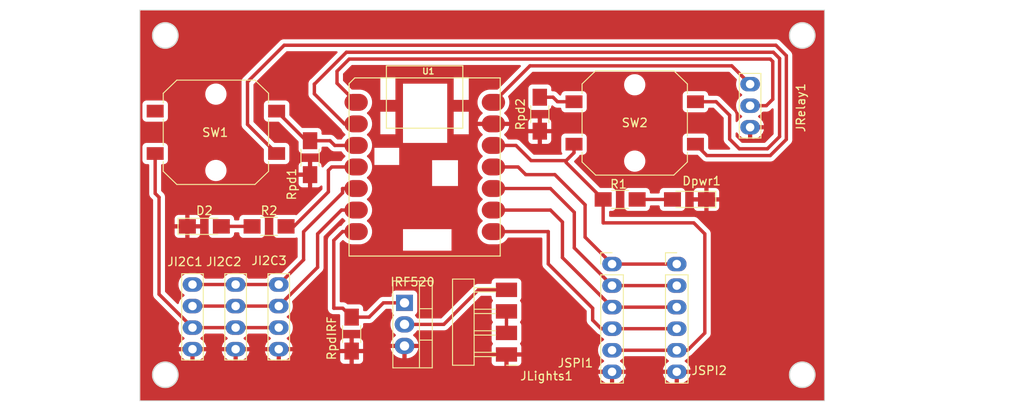
<source format=kicad_pcb>
(kicad_pcb (version 20221018) (generator pcbnew)

  (general
    (thickness 1.6)
  )

  (paper "A4")
  (layers
    (0 "F.Cu" signal)
    (31 "B.Cu" signal)
    (32 "B.Adhes" user "B.Adhesive")
    (33 "F.Adhes" user "F.Adhesive")
    (34 "B.Paste" user)
    (35 "F.Paste" user)
    (36 "B.SilkS" user "B.Silkscreen")
    (37 "F.SilkS" user "F.Silkscreen")
    (38 "B.Mask" user)
    (39 "F.Mask" user)
    (40 "Dwgs.User" user "User.Drawings")
    (41 "Cmts.User" user "User.Comments")
    (42 "Eco1.User" user "User.Eco1")
    (43 "Eco2.User" user "User.Eco2")
    (44 "Edge.Cuts" user)
    (45 "Margin" user)
    (46 "B.CrtYd" user "B.Courtyard")
    (47 "F.CrtYd" user "F.Courtyard")
    (48 "B.Fab" user)
    (49 "F.Fab" user)
    (50 "User.1" user)
    (51 "User.2" user)
    (52 "User.3" user)
    (53 "User.4" user)
    (54 "User.5" user)
    (55 "User.6" user)
    (56 "User.7" user)
    (57 "User.8" user)
    (58 "User.9" user)
  )

  (setup
    (stackup
      (layer "F.SilkS" (type "Top Silk Screen"))
      (layer "F.Paste" (type "Top Solder Paste"))
      (layer "F.Mask" (type "Top Solder Mask") (thickness 0.01))
      (layer "F.Cu" (type "copper") (thickness 0.035))
      (layer "dielectric 1" (type "core") (thickness 1.51) (material "FR4") (epsilon_r 4.5) (loss_tangent 0.02))
      (layer "B.Cu" (type "copper") (thickness 0.035))
      (layer "B.Mask" (type "Bottom Solder Mask") (thickness 0.01))
      (layer "B.Paste" (type "Bottom Solder Paste"))
      (layer "B.SilkS" (type "Bottom Silk Screen"))
      (copper_finish "None")
      (dielectric_constraints no)
    )
    (pad_to_mask_clearance 0)
    (pcbplotparams
      (layerselection 0x00010fc_ffffffff)
      (plot_on_all_layers_selection 0x0000000_00000000)
      (disableapertmacros false)
      (usegerberextensions false)
      (usegerberattributes true)
      (usegerberadvancedattributes true)
      (creategerberjobfile true)
      (dashed_line_dash_ratio 12.000000)
      (dashed_line_gap_ratio 3.000000)
      (svgprecision 4)
      (plotframeref false)
      (viasonmask false)
      (mode 1)
      (useauxorigin false)
      (hpglpennumber 1)
      (hpglpenspeed 20)
      (hpglpendiameter 15.000000)
      (dxfpolygonmode true)
      (dxfimperialunits true)
      (dxfusepcbnewfont true)
      (psnegative false)
      (psa4output false)
      (plotreference true)
      (plotvalue true)
      (plotinvisibletext false)
      (sketchpadsonfab false)
      (subtractmaskfromsilk false)
      (outputformat 1)
      (mirror false)
      (drillshape 0)
      (scaleselection 1)
      (outputdirectory "")
    )
  )

  (net 0 "")
  (net 1 "Net-(D2-A)")
  (net 2 "GND")
  (net 3 "Net-(Dpwr1-A)")
  (net 4 "d0")
  (net 5 "SDA")
  (net 6 "SCL")
  (net 7 "+3.3V")
  (net 8 "mosi")
  (net 9 "miso")
  (net 10 "sck")
  (net 11 "d1")
  (net 12 "d3")
  (net 13 "d2")
  (net 14 "+5V")
  (net 15 "+12V")
  (net 16 "V-")
  (net 17 "cs")
  (net 18 "d6")

  (footprint "fab:PinHeader_1x03_P2.54mm_Vertical_THT_D1mm" (layer "F.Cu") (at 181.862 77.73975))

  (footprint "fab:PinHeader_1x04_P2.54mm_Vertical_THT_D1mm" (layer "F.Cu") (at 121.283 101.36175))

  (footprint "fab:LED_1206" (layer "F.Cu") (at 117.6 94.50375))

  (footprint "fab:PinHeader_1x06_P2.54mm_Vertical_THT_D1mm" (layer "F.Cu") (at 173.226 98.94875))

  (footprint "fab:PinHeader_1x04_P2.54mm_Vertical_THT_D1mm" (layer "F.Cu") (at 126.363 101.36175))

  (footprint "Package_TO_SOT_THT:TO-220-3_Vertical" (layer "F.Cu") (at 141.166 103.52075 -90))

  (footprint "fab:LED_1206" (layer "F.Cu") (at 174.718 91.32875 180))

  (footprint "fab:R_1206" (layer "F.Cu") (at 130.046 86.40775 -90))

  (footprint "xiaoesp32c3:MOUDLE14P-SMD-2.54-21X17.8MM" (layer "F.Cu") (at 134.638 98.003))

  (footprint "button_switch_smd:SW_Push_1P1T_NO_CK_PTS125Sx43PSMTR" (layer "F.Cu") (at 168.275 82.31175))

  (footprint "fab:PinHeader_1x06_P2.54mm_Vertical_THT_D1mm" (layer "F.Cu") (at 165.606 98.94875))

  (footprint "fab:R_1206" (layer "F.Cu") (at 134.943 107.20375 -90))

  (footprint "button_switch_smd:SW_Push_1P1T_NO_CK_PTS125Sx43PSMTR" (layer "F.Cu") (at 118.959 83.41475))

  (footprint "fab:PinHeader_1x04_P2.54mm_Vertical_THT_D1mm" (layer "F.Cu") (at 116.203 101.36175))

  (footprint "fab:PinHeader_1x04_P2.54mm_Horizontal_SMD" (layer "F.Cu") (at 153.174 109.60675 180))

  (footprint "fab:R_1206" (layer "F.Cu") (at 125.22 94.50375))

  (footprint "fab:R_1206" (layer "F.Cu") (at 166.558 91.32875 180))

  (footprint "fab:R_1206" (layer "F.Cu") (at 157.099 81.28 -90))

  (gr_circle (center 113 72) (end 114.5 72)
    (stroke (width 0.15) (type default)) (fill none) (layer "Edge.Cuts") (tstamp 0243f498-7249-4959-91ff-d4a23a32afd0))
  (gr_circle (center 188 112) (end 189.5 112)
    (stroke (width 0.15) (type default)) (fill none) (layer "Edge.Cuts") (tstamp 105839fa-fdf8-4c15-8889-fcd50c27d4e5))
  (gr_circle (center 188 72) (end 189.5 72)
    (stroke (width 0.15) (type default)) (fill none) (layer "Edge.Cuts") (tstamp c9f4b831-bca1-49f1-940e-a97fbb212fb9))
  (gr_circle (center 113 112) (end 114.5 112)
    (stroke (width 0.15) (type default)) (fill none) (layer "Edge.Cuts") (tstamp f2295862-69ab-431f-8c50-19f312d33332))
  (gr_rect (start 110 69) (end 190.627 115.062)
    (stroke (width 0.1) (type default)) (fill none) (layer "Edge.Cuts") (tstamp f7846f2e-7a87-40d5-9828-2af5dfc26398))

  (segment (start 119.6 94.50375) (end 123.22 94.50375) (width 0.4) (layer "F.Cu") (net 1) (tstamp a48994e0-e8b5-4ef7-8662-f4e75a629946))
  (segment (start 168.558 91.32875) (end 172.718 91.32875) (width 0.4) (layer "F.Cu") (net 3) (tstamp 30a83b66-5d6d-4ae1-9bf9-733f3b1ef141))
  (segment (start 133.221 77.631) (end 135.473 79.883) (width 0.4) (layer "F.Cu") (net 4) (tstamp 17188f2c-b5cd-434a-8665-511a7c5d5089))
  (segment (start 181.862 80.27975) (end 183.767 80.27975) (width 0.4) (layer "F.Cu") (net 4) (tstamp 3af6759b-e3d2-4cb5-b18f-93883a8087f8))
  (segment (start 133.221 76.21575) (end 133.221 77.631) (width 0.4) (layer "F.Cu") (net 4) (tstamp 3c07ca92-8734-45b1-a55e-18ad3f64aae2))
  (segment (start 134.656 74.78075) (end 133.221 76.21575) (width 0.4) (layer "F.Cu") (net 4) (tstamp 6cfc081d-6092-4795-a5a6-fe588633b27f))
  (segment (start 184.529 75.07275) (end 184.237 74.78075) (width 0.4) (layer "F.Cu") (net 4) (tstamp 7c131c18-5e94-4ec0-9a55-98e4fa9afd9c))
  (segment (start 184.529 79.51775) (end 184.529 75.07275) (width 0.4) (layer "F.Cu") (net 4) (tstamp 989f4f50-29e2-4439-b941-a85bc98ca0fc))
  (segment (start 184.237 74.78075) (end 134.656 74.78075) (width 0.4) (layer "F.Cu") (net 4) (tstamp b01b15a3-8353-442d-8c17-24428cc190ba))
  (segment (start 183.767 80.27975) (end 184.529 79.51775) (width 0.4) (layer "F.Cu") (net 4) (tstamp cecde2d5-8872-4820-9940-eac5f4662ed7))
  (segment (start 116.203 101.36175) (end 121.283 101.36175) (width 0.4) (layer "F.Cu") (net 5) (tstamp 03aa91e3-9f38-4ae7-86a8-fb99aea64384))
  (segment (start 133.87175 90.043) (end 133.87175 90.551) (width 0.4) (layer "F.Cu") (net 5) (tstamp 33eb0242-797a-48e9-bd19-05e4eb8bd77c))
  (segment (start 135.473 90.043) (end 133.87175 90.043) (width 0.4) (layer "F.Cu") (net 5) (tstamp 3c7c8199-b32e-4fca-a53f-a499d24fab17))
  (segment (start 126.363 101.36175) (end 121.283 101.36175) (width 0.4) (layer "F.Cu") (net 5) (tstamp 664e30ae-14fc-4f2d-90c0-d6fbf1733072))
  (segment (start 129.284 95.13875) (end 129.284 98.44075) (width 0.4) (layer "F.Cu") (net 5) (tstamp 8b964451-f3d7-42ef-b0c7-743163b10b1d))
  (segment (start 129.284 98.44075) (end 126.363 101.36175) (width 0.4) (layer "F.Cu") (net 5) (tstamp b9b06a1e-e7d6-44f1-8963-4307c6285aac))
  (segment (start 133.87175 90.551) (end 129.284 95.13875) (width 0.4) (layer "F.Cu") (net 5) (tstamp fea98a9d-725c-4fc3-a835-127cb851d614))
  (segment (start 121.283 103.90175) (end 126.363 103.90175) (width 0.4) (layer "F.Cu") (net 6) (tstamp 64d0686e-02df-4858-b72a-043186815227))
  (segment (start 116.203 103.90175) (end 121.283 103.90175) (width 0.4) (layer "F.Cu") (net 6) (tstamp 6b74817b-4965-4940-8ced-fbb7cb237fff))
  (segment (start 135.473 92.583) (end 133.74475 92.583) (width 0.4) (layer "F.Cu") (net 6) (tstamp 6ea2343f-3906-4188-9ab0-176328ddf547))
  (segment (start 133.74475 92.583) (end 130.935 95.39275) (width 0.4) (layer "F.Cu") (net 6) (tstamp 9ad403d8-07fe-4901-a224-3f83c7f43d72))
  (segment (start 130.935 99.32975) (end 126.363 103.90175) (width 0.4) (layer "F.Cu") (net 6) (tstamp 9e0a17c7-4cc9-47e1-ad90-49562cf39013))
  (segment (start 130.935 95.39275) (end 130.935 99.32975) (width 0.4) (layer "F.Cu") (net 6) (tstamp e0cfe6e5-1286-4207-b08e-9182338f2c68))
  (segment (start 186.129 74.38063) (end 184.90037 73.152) (width 0.4) (layer "F.Cu") (net 7) (tstamp 0442f16f-dcbf-446d-997a-b396ebc6e031))
  (segment (start 184.225371 86.15975) (end 186.129 84.25612) (width 0.4) (layer "F.Cu") (net 7) (tstamp 0b0cb5db-680c-4288-97f6-bebb73ccef05))
  (segment (start 176.528 95.39275) (end 176.528 107.07675) (width 0.4) (layer "F.Cu") (net 7) (tstamp 0f733264-455c-42c4-8875-6b50649d5ec0))
  (segment (start 175.425 84.81175) (end 176.773 86.15975) (width 0.4) (layer "F.Cu") (net 7) (tstamp 108c13bd-8f25-46dc-a0e8-a9cddb1c8893))
  (segment (start 176.773 86.15975) (end 184.225371 86.15975) (width 0.4) (layer "F.Cu") (net 7) (tstamp 1f0bc7c9-17e6-4eb2-9b6d-27f719abe132))
  (segment (start 161.125 85.82575) (end 160.194 86.75675) (width 0.4) (layer "F.Cu") (net 7) (tstamp 297181be-38e8-4c3f-94cc-48e33d981220))
  (segment (start 174.496 109.10875) (end 173.226 109.10875) (width 0.4) (layer "F.Cu") (net 7) (tstamp 37ab5e4b-409b-4db3-a33d-ae8e424925a1))
  (segment (start 151.638 84.963) (end 154.28725 84.963) (width 0.4) (layer "F.Cu") (net 7) (tstamp 386b30e7-98be-4f39-be93-db6c71db7423))
  (segment (start 156.081 86.75675) (end 160.194 86.75675) (width 0.4) (layer "F.Cu") (net 7) (tstamp 557789c1-dfde-41f7-84a0-a85e1b2b6812))
  (segment (start 127 73.152) (end 122.682 77.47) (width 0.4) (layer "F.Cu") (net 7) (tstamp 759cca0f-6ae9-4dec-96bd-4e9e67fd2d04))
  (segment (start 122.682 82.48775) (end 126.109 85.91475) (width 0.4) (layer "F.Cu") (net 7) (tstamp 762564bd-13db-48d7-898c-2a1524c9de2c))
  (segment (start 164.558 94.09075) (end 175.226 94.09075) (width 0.4) (layer "F.Cu") (net 7) (tstamp 771bf3a0-1633-4ff6-b487-bf3f7254a840))
  (segment (start 122.682 77.47) (end 122.682 82.48775) (width 0.4) (layer "F.Cu") (net 7) (tstamp 78b53a8d-d0e8-4d44-a603-0293bdf5ef7e))
  (segment (start 184.90037 73.152) (end 127 73.152) (width 0.4) (layer "F.Cu") (net 7) (tstamp 8815af83-668a-4f71-ba75-e0f5740dea4e))
  (segment (start 175.226 94.09075) (end 176.528 95.39275) (width 0.4) (layer "F.Cu") (net 7) (tstamp 89522e09-5939-4286-9f30-941cdd61f081))
  (segment (start 176.528 107.07675) (end 174.496 109.10875) (width 0.4) (layer "F.Cu") (net 7) (tstamp 93f8cf06-be6d-4d89-abe3-920688290d81))
  (segment (start 112.266 102.50475) (end 112.266 91.07475) (width 0.4) (layer "F.Cu") (net 7) (tstamp 9c6dfeed-b9a8-48cc-aa2e-3f1ede61fde2))
  (segment (start 186.129 84.25612) (end 186.129 74.38063) (width 0.4) (layer "F.Cu") (net 7) (tstamp abdf26a7-d15c-4bd1-be2e-a0eb1857cd43))
  (segment (start 161.125 84.81175) (end 161.125 85.82575) (width 0.4) (layer "F.Cu") (net 7) (tstamp ad7603aa-a9ad-470d-b86e-ccabecd6d8b0))
  (segment (start 121.283 106.44175) (end 126.363 106.44175) (width 0.4) (layer "F.Cu") (net 7) (tstamp b37bf3ad-e1c6-47a3-b7bf-727e1902c09a))
  (segment (start 154.28725 84.963) (end 156.081 86.75675) (width 0.4) (layer "F.Cu") (net 7) (tstamp bd2a8eae-e352-4a3b-a335-e96024b1ce90))
  (segment (start 116.203 106.44175) (end 112.266 102.50475) (width 0.4) (layer "F.Cu") (net 7) (tstamp c35b4ab6-3348-4573-88ee-c2663c90f88c))
  (segment (start 112.266 91.07475) (end 111.809 90.61775) (width 0.4) (layer "F.Cu") (net 7) (tstamp d50b1ac3-bdd7-4199-a507-f40497c13d52))
  (segment (start 165.606 109.10875) (end 173.226 109.10875) (width 0.4) (layer "F.Cu") (net 7) (tstamp dc512c06-4e06-48cd-b89c-c37b3b3a6934))
  (segment (start 111.809 90.61775) (end 111.809 85.91475) (width 0.4) (layer "F.Cu") (net 7) (tstamp dd5150c9-62f4-4413-91c0-d56885d125a0))
  (segment (start 160.194 86.96475) (end 164.558 91.32875) (width 0.4) (layer "F.Cu") (net 7) (tstamp ea9ca3a8-dddc-4a8a-b419-ca1136f45a13))
  (segment (start 116.203 106.44175) (end 121.283 106.44175) (width 0.4) (layer "F.Cu") (net 7) (tstamp f2a2bec3-4bea-4ae1-970e-c922ec83016d))
  (segment (start 160.194 86.75675) (end 160.194 86.96475) (width 0.4) (layer "F.Cu") (net 7) (tstamp f40c7ec4-fa75-409e-b80a-3d4b95f3548f))
  (segment (start 164.558 91.32875) (end 164.558 94.09075) (width 0.4) (layer "F.Cu") (net 7) (tstamp f6976d9c-631f-4043-b6e4-767cb807e91a))
  (segment (start 158.875 88.40775) (end 162.431 91.96375) (width 0.4) (layer "F.Cu") (net 8) (tstamp 284d04e0-2558-4021-9bad-8d32afb3a174))
  (segment (start 154.54125 87.503) (end 155.446 88.40775) (width 0.4) (layer "F.Cu") (net 8) (tstamp 2c28172e-304e-48c4-af68-6f1a95041406))
  (segment (start 162.431 95.77375) (end 165.606 98.94875) (width 0.4) (layer "F.Cu") (net 8) (tstamp 40352c01-f058-411f-8563-cb2beaf22b06))
  (segment (start 151.638 87.503) (end 154.54125 87.503) (width 0.4) (layer "F.Cu") (net 8) (tstamp 64af3891-7502-48ff-b413-631b970c0a18))
  (segment (start 155.446 88.40775) (end 158.875 88.40775) (width 0.4) (layer "F.Cu") (net 8) (tstamp 9382cde7-e41a-4cb9-9485-069740568620))
  (segment (start 165.606 98.94875) (end 173.226 98.94875) (width 0.4) (layer "F.Cu") (net 8) (tstamp a6f6899a-fd5a-4894-b98b-48a6c7f32d1b))
  (segment (start 162.431 91.96375) (end 162.431 95.77375) (width 0.4) (layer "F.Cu") (net 8) (tstamp f63e7127-7db6-4dd1-8138-4ea2e8c1e2b7))
  (segment (start 161.161 97.04375) (end 165.606 101.48875) (width 0.4) (layer "F.Cu") (net 9) (tstamp 38715abf-2d3e-4a0e-ad27-a7a456ffef16))
  (segment (start 151.638 90.043) (end 158.35125 90.043) (width 0.4) (layer "F.Cu") (net 9) (tstamp 53dfe242-5059-4e30-93fd-311def80386d))
  (segment (start 165.606 101.48875) (end 173.226 101.48875) (width 0.4) (layer "F.Cu") (net 9) (tstamp 98769f2f-bb24-46b4-8577-e5174f44f613))
  (segment (start 158.35125 90.043) (end 161.161 92.85275) (width 0.4) (layer "F.Cu") (net 9) (tstamp d9b94c0c-cc5c-42e0-987b-64fd18c7bf63))
  (segment (start 161.161 92.85275) (end 161.161 97.04375) (width 0.4) (layer "F.Cu") (net 9) (tstamp f8112ead-87d2-44f7-b864-5041b8b3ed25))
  (segment (start 159.764 93.99575) (end 159.764 98.18675) (width 0.4) (layer "F.Cu") (net 10) (tstamp 2716e793-23db-4913-8c7e-0672edf51de5))
  (segment (start 158.35125 92.583) (end 159.764 93.99575) (width 0.4) (layer "F.Cu") (net 10) (tstamp 3314918b-bc14-4563-8cec-fe189a28bcc3))
  (segment (start 151.638 92.583) (end 158.35125 92.583) (width 0.4) (layer "F.Cu") (net 10) (tstamp 3444c63c-611e-4637-bf84-6da1088c5163))
  (segment (start 165.606 104.02875) (end 173.226 104.02875) (width 0.4) (layer "F.Cu") (net 10) (tstamp 7b612500-f987-4bbd-ae8e-e3eeb19ff9f4))
  (segment (start 159.764 98.18675) (end 165.606 104.02875) (width 0.4) (layer "F.Cu") (net 10) (tstamp ba5f199f-e99e-4e2e-93fd-2dca120f04d5))
  (segment (start 185.329 83.92475) (end 183.894 85.35975) (width 0.4) (layer "F.Cu") (net 11) (tstamp 08aab3d9-fa31-4880-925b-58d40cfdbc4c))
  (segment (start 177.85575 79.81175) (end 179.451 81.407) (width 0.4) (layer "F.Cu") (net 11) (tstamp 0afca4bd-1a8a-40f4-8325-adfb7215de1a))
  (segment (start 157.099 79.28) (end 158.655 79.28) (width 0.4) (layer "F.Cu") (net 11) (tstamp 25efb5fb-de6f-4108-bd97-488b5d044b82))
  (segment (start 134.32463 73.98075) (end 130.58138 77.724) (width 0.4) (layer "F.Cu") (net 11) (tstamp 42cd5905-90dd-488a-a19e-41a9e0b29fe9))
  (segment (start 184.59775 73.98075) (end 134.32463 73.98075) (width 0.4) (layer "F.Cu") (net 11) (tstamp 47dbb4cc-e858-4ea2-9d66-3b9d1b8e19f6))
  (segment (start 130.58138 77.724) (end 130.554 77.724) (width 0.4) (layer "F.Cu") (net 11) (tstamp 520d91dd-825e-47dc-8d4f-1ffcd1a0987c))
  (segment (start 179.451 84.21875) (end 180.592 85.35975) (width 0.4) (layer "F.Cu") (net 11) (tstamp 52fdc8bd-5290-42bd-9c9d-0c70db2af645))
  (segment (start 183.894 85.35975) (end 180.592 85.35975) (width 0.4) (layer "F.Cu") (net 11) (tstamp 7dfaa75a-25f0-4ff5-bff2-5532e7abdee7))
  (segment (start 185.329 83.92475) (end 185.329 74.712) (width 0.4) (layer "F.Cu") (net 11) (tstamp a2e4cbf6-cee1-4b37-99a7-b8884531ff92))
  (segment (start 157.486 79.81175) (end 157.478 79.80375) (width 0.4) (layer "F.Cu") (net 11) (tstamp a40c802f-55d9-4637-9922-747f8bff7684))
  (segment (start 179.451 81.407) (end 179.451 84.21875) (width 0.4) (layer "F.Cu") (net 11) (tstamp abebe6bb-860a-48a0-92f4-a46e8eadfce3))
  (segment (start 159.18675 79.81175) (end 161.125 79.81175) (width 0.4) (layer "F.Cu") (net 11) (tstamp ac4ca613-e584-451d-8156-5cfab567dbdb))
  (segment (start 185.329 74.712) (end 184.59775 73.98075) (width 0.4) (layer "F.Cu") (net 11) (tstamp aec39168-be90-42b8-9ea1-8d81b61c8eac))
  (segment (start 134.09425 82.423) (end 130.554 78.88275) (width 0.4) (layer "F.Cu") (net 11) (tstamp b91f735a-2a01-431a-b78d-dbfbf4c4a30d))
  (segment (start 175.425 79.81175) (end 177.85575 79.81175) (width 0.4) (layer "F.Cu") (net 11) (tstamp d5d96aec-58d9-41ac-a4a7-120fd6808533))
  (segment (start 158.655 79.28) (end 159.18675 79.81175) (width 0.4) (layer "F.Cu") (net 11) (tstamp efb65f05-3ead-4d3a-ab5f-febbee28c3b0))
  (segment (start 135.473 82.423) (end 134.09425 82.423) (width 0.4) (layer "F.Cu") (net 11) (tstamp f77187df-2023-4884-86bb-e6be89f3eea7))
  (segment (start 130.554 78.88275) (end 130.554 77.724) (width 0.4) (layer "F.Cu") (net 11) (tstamp ffcb62b7-b1ba-49de-b800-9ce40842f90d))
  (segment (start 132.60175 87.503) (end 132.205 87.89975) (width 0.4) (layer "F.Cu") (net 12) (tstamp 00d1ebab-eb93-4b62-9a0c-37f9180ec715))
  (segment (start 128.141 94.50375) (end 127.22 94.50375) (width 0.4) (layer "F.Cu") (net 12) (tstamp 73a567f6-02da-4937-8cbc-8063be68f2b4))
  (segment (start 132.205 87.89975) (end 132.205 90.43975) (width 0.4) (layer "F.Cu") (net 12) (tstamp ca7a0264-2c3a-403f-8f6a-ecef47e056f2))
  (segment (start 135.473 87.503) (end 132.60175 87.503) (width 0.4) (layer "F.Cu") (net 12) (tstamp f4803ab5-81f0-43e5-8f36-5fc9a48a41d8))
  (segment (start 132.205 90.43975) (end 128.141 94.50375) (width 0.4) (layer "F.Cu") (net 12) (tstamp fd2a7840-4abd-4b3e-9e21-f77acdd12e84))
  (segment (start 135.473 84.963) (end 132.95125 84.963) (width 0.4) (layer "F.Cu") (net 13) (tstamp 51c599d8-6578-480c-8e06-60e917ba62af))
  (segment (start 130.046 84.40775) (end 129.602 84.40775) (width 0.4) (layer "F.Cu") (net 13) (tstamp 6d434e15-7e4a-4943-9fa3-c793816642b6))
  (segment (start 129.602 84.40775) (end 126.109 80.91475) (width 0.4) (layer "F.Cu") (net 13) (tstamp 758f56df-d83b-45aa-bb8e-9a1dae80a38f))
  (segment (start 132.95125 84.963) (end 132.396 84.40775) (width 0.4) (layer "F.Cu") (net 13) (tstamp ab095c4d-a4dc-4183-9928-14c96b68176a))
  (segment (start 132.396 84.40775) (end 130.046 84.40775) (width 0.4) (layer "F.Cu") (net 13) (tstamp fdc705f3-01fd-4424-a004-338fc9a6469f))
  (segment (start 155.94025 75.58075) (end 151.638 79.883) (width 0.4) (layer "F.Cu") (net 14) (tstamp 603f5ea2-de9d-432e-91d4-755e53d11ea0))
  (segment (start 179.703 75.58075) (end 155.94025 75.58075) (width 0.4) (layer "F.Cu") (net 14) (tstamp 8604a4e3-74ac-48a6-a529-fb28f7ab3786))
  (segment (start 181.862 77.73975) (end 179.703 75.58075) (width 0.4) (layer "F.Cu") (net 14) (tstamp 9353b551-b662-4020-b188-446ab4368b51))
  (segment (start 153.174 104.52675) (end 153.174 107.06675) (width 0.4) (layer "F.Cu") (net 15) (tstamp e0593116-cd64-403d-9eac-cbc11c83bf36))
  (segment (start 145.794 106.06075) (end 149.868 101.98675) (width 0.4) (layer "F.Cu") (net 16) (tstamp 57ca392f-dc4d-4c4e-adc8-7111f621a28f))
  (segment (start 149.868 101.98675) (end 153.174 101.98675) (width 0.4) (layer "F.Cu") (net 16) (tstamp 6a9fc4c0-e808-470e-87c4-f8459c705800))
  (segment (start 141.166 106.06075) (end 145.794 106.06075) (width 0.4) (layer "F.Cu") (net 16) (tstamp ab8281a3-badb-4204-b834-6c9fc7c3d571))
  (segment (start 158.09725 95.123) (end 158.09725 98.933) (width 0.4) (layer "F.Cu") (net 17) (tstamp 21781fd7-0417-4543-b320-c3a4ca67ae12))
  (segment (start 151.638 95.123) (end 158.09725 95.123) (width 0.4) (layer "F.Cu") (net 17) (tstamp 58fa14c1-1898-4cd9-9ad9-3e655512480e))
  (segment (start 158.09725 98.933) (end 163.32 104.15575) (width 0.4) (layer "F.Cu") (net 17) (tstamp 7933cecb-a136-4fc6-a2aa-fd72cbf54d56))
  (segment (start 163.32 104.15575) (end 163.32 105.55275) (width 0.4) (layer "F.Cu") (net 17) (tstamp 8a37f0d7-5c97-497e-bbca-df3ad463c09a))
  (segment (start 164.336 106.56875) (end 165.606 106.56875) (width 0.4) (layer "F.Cu") (net 17) (tstamp d6d66ec1-f675-4c01-af6b-a60b1c0018d9))
  (segment (start 163.32 105.55275) (end 164.336 106.56875) (width 0.4) (layer "F.Cu") (net 17) (tstamp dd68b273-a750-4c2e-a383-f7f887278a7e))
  (segment (start 165.606 106.56875) (end 173.226 106.56875) (width 0.4) (layer "F.Cu") (net 17) (tstamp e948cd9b-dc9b-4f97-b778-9e7bfffad957))
  (segment (start 136.999 105.20375) (end 138.682 103.52075) (width 0.4) (layer "F.Cu") (net 18) (tstamp 07592846-c96e-4c07-a918-bfdbc0e6178f))
  (segment (start 132.84 104.15575) (end 133.895 104.15575) (width 0.4) (layer "F.Cu") (net 18) (tstamp 46bde7ae-59c7-4765-b6d2-e75d40255e5e))
  (segment (start 138.682 103.52075) (end 141.166 103.52075) (width 0.4) (layer "F.Cu") (net 18) (tstamp 552587ac-2635-448d-aa31-bfceb948e5d6))
  (segment (start 134.943 105.20375) (end 136.999 105.20375) (width 0.4) (layer "F.Cu") (net 18) (tstamp 8e26ff8e-218d-4847-8f94-29448a9e27c9))
  (segment (start 132.84 96.15475) (end 132.84 104.15575) (width 0.4) (layer "F.Cu") (net 18) (tstamp 9370aa1c-e747-4edc-aab2-2e4b76cc982a))
  (segment (start 135.473 95.123) (end 133.87175 95.123) (width 0.4) (layer "F.Cu") (net 18) (tstamp bafe6da4-00ce-4122-92f7-edff2a18a42f))
  (segment (start 133.87175 95.123) (end 132.84 96.15475) (width 0.4) (layer "F.Cu") (net 18) (tstamp bc0895d2-9920-4368-a9a1-73f2ef3cf0c0))
  (segment (start 133.895 104.15575) (end 134.943 105.20375) (width 0.4) (layer "F.Cu") (net 18) (tstamp ddafee9b-519c-47a3-8f13-91f2f5be9b67))

  (zone (net 2) (net_name "GND") (layer "F.Cu") (tstamp f2ca383b-d3bb-4920-847a-42d10bc4de29) (hatch edge 0.5)
    (connect_pads (clearance 0.5))
    (min_thickness 0.25) (filled_areas_thickness no)
    (fill yes (thermal_gap 0.5) (thermal_bridge_width 0.5))
    (polygon
      (pts
        (xy 191.516 68.707)
        (xy 107.95 67.818)
        (xy 107.95 116.713)
        (xy 192.913 116.967)
      )
    )
    (filled_polygon
      (layer "F.Cu")
      (pts
        (xy 184.577386 80.60795)
        (xy 184.614985 80.651973)
        (xy 184.6285 80.708268)
        (xy 184.6285 83.583231)
        (xy 184.619061 83.630684)
        (xy 184.592181 83.670912)
        (xy 183.640162 84.622931)
        (xy 183.599934 84.649811)
        (xy 183.552481 84.65925)
        (xy 180.933519 84.65925)
        (xy 180.886066 84.649811)
        (xy 180.845838 84.622931)
        (xy 180.187819 83.964912)
        (xy 180.160939 83.924684)
        (xy 180.1515 83.877231)
        (xy 180.1515 83.548622)
        (xy 180.169212 83.484756)
        (xy 180.217288 83.439135)
        (xy 180.281993 83.424792)
        (xy 180.344844 83.445824)
        (xy 180.381548 83.488803)
        (xy 180.383405 83.487732)
        (xy 180.391508 83.501767)
        (xy 180.520784 83.686392)
        (xy 180.527719 83.694657)
        (xy 180.687092 83.85403)
        (xy 180.695357 83.860965)
        (xy 180.879982 83.990241)
        (xy 180.889332 83.995639)
        (xy 181.093602 84.090893)
        (xy 181.103736 84.094581)
        (xy 181.321446 84.152916)
        (xy 181.332078 84.154791)
        (xy 181.500354 84.169513)
        (xy 181.505764 84.16975)
        (xy 181.595674 84.16975)
        (xy 181.608549 84.166299)
        (xy 181.612 84.153424)
        (xy 182.112 84.153424)
        (xy 182.11545 84.166299)
        (xy 182.128326 84.16975)
        (xy 182.218236 84.16975)
        (xy 182.223645 84.169513)
        (xy 182.391921 84.154791)
        (xy 182.402553 84.152916)
        (xy 182.620263 84.094581)
        (xy 182.630397 84.090893)
        (xy 182.834667 83.995639)
        (xy 182.844017 83.990241)
        (xy 183.028642 83.860965)
        (xy 183.036907 83.85403)
        (xy 183.196278 83.694659)
        (xy 183.203215 83.686393)
        (xy 183.332498 83.501758)
        (xy 183.337886 83.492426)
        (xy 183.433143 83.288147)
        (xy 183.436831 83.278013)
        (xy 183.488943 83.08353)
        (xy 183.489311 83.072301)
        (xy 183.478369 83.06975)
        (xy 182.128326 83.06975)
        (xy 182.11545 83.0732)
        (xy 182.112 83.086076)
        (xy 182.112 84.153424)
        (xy 181.612 84.153424)
        (xy 181.612 82.69375)
        (xy 181.628613 82.63175)
        (xy 181.674 82.586363)
        (xy 181.736 82.56975)
        (xy 183.478369 82.56975)
        (xy 183.489311 82.567198)
        (xy 183.488943 82.555969)
        (xy 183.436831 82.361486)
        (xy 183.433143 82.351352)
        (xy 183.337889 82.147082)
        (xy 183.332491 82.137732)
        (xy 183.203215 81.953107)
        (xy 183.19628 81.944842)
        (xy 183.036907 81.785469)
        (xy 183.028642 81.778534)
        (xy 182.847404 81.65163)
        (xy 182.808538 81.607312)
        (xy 182.794527 81.550055)
        (xy 182.808538 81.492798)
        (xy 182.847401 81.448482)
        (xy 183.033401 81.318245)
        (xy 183.200495 81.151151)
        (xy 183.283136 81.033126)
        (xy 183.327454 80.994261)
        (xy 183.384711 80.98025)
        (xy 183.742079 80.98025)
        (xy 183.749566 80.980475)
        (xy 183.809606 80.984108)
        (xy 183.868782 80.973263)
        (xy 183.876181 80.972137)
        (xy 183.935872 80.96489)
        (xy 183.945332 80.961301)
        (xy 183.966959 80.955272)
        (xy 183.976932 80.953445)
        (xy 184.031808 80.928746)
        (xy 184.038673 80.925902)
        (xy 184.09493 80.904568)
        (xy 184.103264 80.898814)
        (xy 184.122821 80.887784)
        (xy 184.132057 80.883628)
        (xy 184.179413 80.846525)
        (xy 184.18542 80.842105)
        (xy 184.234929 80.807933)
        (xy 184.274822 80.762901)
        (xy 184.279908 80.757497)
        (xy 184.416822 80.620583)
        (xy 184.466182 80.590337)
        (xy 184.523898 80.585795)
      )
    )
    (filled_polygon
      (layer "F.Cu")
      (pts
        (xy 190.5645 69.017113)
        (xy 190.609887 69.0625)
        (xy 190.6265 69.1245)
        (xy 190.6265 114.9375)
        (xy 190.609887 114.9995)
        (xy 190.5645 115.044887)
        (xy 190.5025 115.0615)
        (xy 110.1245 115.0615)
        (xy 110.0625 115.044887)
        (xy 110.017113 114.9995)
        (xy 110.0005 114.9375)
        (xy 110.0005 112)
        (xy 111.494357 112)
        (xy 111.494781 112.005117)
        (xy 111.514467 112.242701)
        (xy 111.514468 112.242709)
        (xy 111.514892 112.247821)
        (xy 111.516149 112.252788)
        (xy 111.516151 112.252795)
        (xy 111.574678 112.48391)
        (xy 111.575937 112.488881)
        (xy 111.577997 112.493577)
        (xy 111.673766 112.71191)
        (xy 111.673769 112.711916)
        (xy 111.675827 112.716607)
        (xy 111.678627 112.720893)
        (xy 111.678631 112.7209)
        (xy 111.806675 112.916885)
        (xy 111.811836 112.924785)
        (xy 111.81531 112.928559)
        (xy 111.815311 112.92856)
        (xy 111.976784 113.103967)
        (xy 111.976787 113.10397)
        (xy 111.980256 113.107738)
        (xy 112.176491 113.260474)
        (xy 112.39519 113.378828)
        (xy 112.630386 113.459571)
        (xy 112.875665 113.5005)
        (xy 113.119201 113.5005)
        (xy 113.124335 113.5005)
        (xy 113.369614 113.459571)
        (xy 113.60481 113.378828)
        (xy 113.823509 113.260474)
        (xy 114.019744 113.107738)
        (xy 114.188164 112.924785)
        (xy 114.324173 112.716607)
        (xy 114.424063 112.488881)
        (xy 114.485108 112.247821)
        (xy 114.505643 112)
        (xy 114.497465 111.901301)
        (xy 163.978688 111.901301)
        (xy 163.979056 111.91253)
        (xy 164.031168 112.107013)
        (xy 164.034856 112.117147)
        (xy 164.13011 112.321417)
        (xy 164.135508 112.330767)
        (xy 164.264784 112.515392)
        (xy 164.271719 112.523657)
        (xy 164.431092 112.68303)
        (xy 164.439357 112.689965)
        (xy 164.623982 112.819241)
        (xy 164.633332 112.824639)
        (xy 164.837602 112.919893)
        (xy 164.847736 112.923581)
        (xy 165.065446 112.981916)
        (xy 165.076078 112.983791)
        (xy 165.244354 112.998513)
        (xy 165.249764 112.99875)
        (xy 165.339674 112.99875)
        (xy 165.352549 112.995299)
        (xy 165.356 112.982424)
        (xy 165.856 112.982424)
        (xy 165.85945 112.995299)
        (xy 165.872326 112.99875)
        (xy 165.962236 112.99875)
        (xy 165.967645 112.998513)
        (xy 166.135921 112.983791)
        (xy 166.146553 112.981916)
        (xy 166.364263 112.923581)
        (xy 166.374397 112.919893)
        (xy 166.578667 112.824639)
        (xy 166.588017 112.819241)
        (xy 166.772642 112.689965)
        (xy 166.780907 112.68303)
        (xy 166.940278 112.523659)
        (xy 166.947215 112.515393)
        (xy 167.076498 112.330758)
        (xy 167.081886 112.321426)
        (xy 167.177143 112.117147)
        (xy 167.180831 112.107013)
        (xy 167.232943 111.91253)
        (xy 167.233311 111.901301)
        (xy 171.598688 111.901301)
        (xy 171.599056 111.91253)
        (xy 171.651168 112.107013)
        (xy 171.654856 112.117147)
        (xy 171.75011 112.321417)
        (xy 171.755508 112.330767)
        (xy 171.884784 112.515392)
        (xy 171.891719 112.523657)
        (xy 172.051092 112.68303)
        (xy 172.059357 112.689965)
        (xy 172.243982 112.819241)
        (xy 172.253332 112.824639)
        (xy 172.457602 112.919893)
        (xy 172.467736 112.923581)
        (xy 172.685446 112.981916)
        (xy 172.696078 112.983791)
        (xy 172.864354 112.998513)
        (xy 172.869764 112.99875)
        (xy 172.959674 112.99875)
        (xy 172.972549 112.995299)
        (xy 172.976 112.982424)
        (xy 173.476 112.982424)
        (xy 173.47945 112.995299)
        (xy 173.492326 112.99875)
        (xy 173.582236 112.99875)
        (xy 173.587645 112.998513)
        (xy 173.755921 112.983791)
        (xy 173.766553 112.981916)
        (xy 173.984263 112.923581)
        (xy 173.994397 112.919893)
        (xy 174.198667 112.824639)
        (xy 174.208017 112.819241)
        (xy 174.392642 112.689965)
        (xy 174.400907 112.68303)
        (xy 174.560278 112.523659)
        (xy 174.567215 112.515393)
        (xy 174.696498 112.330758)
        (xy 174.701886 112.321426)
        (xy 174.797143 112.117147)
        (xy 174.800831 112.107013)
        (xy 174.829505 112)
        (xy 186.494357 112)
        (xy 186.494781 112.005117)
        (xy 186.514467 112.242701)
        (xy 186.514468 112.242709)
        (xy 186.514892 112.247821)
        (xy 186.516149 112.252788)
        (xy 186.516151 112.252795)
        (xy 186.574678 112.48391)
        (xy 186.575937 112.488881)
        (xy 186.577997 112.493577)
        (xy 186.673766 112.71191)
        (xy 186.673769 112.711916)
        (xy 186.675827 112.716607)
        (xy 186.678627 112.720893)
        (xy 186.678631 112.7209)
        (xy 186.806675 112.916885)
        (xy 186.811836 112.924785)
        (xy 186.81531 112.928559)
        (xy 186.815311 112.92856)
        (xy 186.976784 113.103967)
        (xy 186.976787 113.10397)
        (xy 186.980256 113.107738)
        (xy 187.176491 113.260474)
        (xy 187.39519 113.378828)
        (xy 187.630386 113.459571)
        (xy 187.875665 113.5005)
        (xy 188.119201 113.5005)
        (xy 188.124335 113.5005)
        (xy 188.369614 113.459571)
        (xy 188.60481 113.378828)
        (xy 188.823509 113.260474)
        (xy 189.019744 113.107738)
        (xy 189.188164 112.924785)
        (xy 189.324173 112.716607)
        (xy 189.424063 112.488881)
        (xy 189.485108 112.247821)
        (xy 189.505643 112)
        (xy 189.485108 111.752179)
        (xy 189.424063 111.511119)
        (xy 189.324173 111.283393)
        (xy 189.188164 111.075215)
        (xy 189.096906 110.976082)
        (xy 189.023215 110.896032)
        (xy 189.023211 110.896029)
        (xy 189.019744 110.892262)
        (xy 188.823509 110.739526)
        (xy 188.751024 110.700299)
        (xy 188.609316 110.62361)
        (xy 188.60931 110.623607)
        (xy 188.60481 110.621172)
        (xy 188.599969 110.61951)
        (xy 188.599962 110.619507)
        (xy 188.374465 110.542094)
        (xy 188.374461 110.542093)
        (xy 188.369614 110.540429)
        (xy 188.360768 110.538952)
        (xy 188.129398 110.500344)
        (xy 188.129387 110.500343)
        (xy 188.124335 110.4995)
        (xy 187.875665 110.4995)
        (xy 187.870613 110.500343)
        (xy 187.870601 110.500344)
        (xy 187.635443 110.539585)
        (xy 187.635441 110.539585)
        (xy 187.630386 110.540429)
        (xy 187.625541 110.542092)
        (xy 187.625534 110.542094)
        (xy 187.400037 110.619507)
        (xy 187.400026 110.619511)
        (xy 187.39519 110.621172)
        (xy 187.390693 110.623605)
        (xy 187.390683 110.62361)
        (xy 187.181002 110.737084)
        (xy 187.180995 110.737088)
        (xy 187.176491 110.739526)
        (xy 187.172448 110.742672)
        (xy 187.17244 110.742678)
        (xy 187.090003 110.806842)
        (xy 186.980256 110.892262)
        (xy 186.976793 110.896023)
        (xy 186.976784 110.896032)
        (xy 186.815311 111.071439)
        (xy 186.815305 111.071446)
        (xy 186.811836 111.075215)
        (xy 186.809031 111.079506)
        (xy 186.809028 111.079512)
        (xy 186.678631 111.279099)
        (xy 186.678624 111.279111)
        (xy 186.675827 111.283393)
        (xy 186.673772 111.288077)
        (xy 186.673766 111.288089)
        (xy 186.577997 111.506422)
        (xy 186.575937 111.511119)
        (xy 186.574679 111.516084)
        (xy 186.574678 111.516089)
        (xy 186.516151 111.747204)
        (xy 186.516149 111.747213)
        (xy 186.514892 111.752179)
        (xy 186.514468 111.757288)
        (xy 186.514467 111.757298)
        (xy 186.502535 111.901301)
        (xy 186.494357 112)
        (xy 174.829505 112)
        (xy 174.852943 111.91253)
        (xy 174.853311 111.901301)
        (xy 174.842369 111.89875)
        (xy 173.492326 111.89875)
        (xy 173.47945 111.9022)
        (xy 173.476 111.915076)
        (xy 173.476 112.982424)
        (xy 172.976 112.982424)
        (xy 172.976 111.915076)
        (xy 172.972549 111.9022)
        (xy 172.959674 111.89875)
        (xy 171.609631 111.89875)
        (xy 171.598688 111.901301)
        (xy 167.233311 111.901301)
        (xy 167.222369 111.89875)
        (xy 165.872326 111.89875)
        (xy 165.85945 111.9022)
        (xy 165.856 111.915076)
        (xy 165.856 112.982424)
        (xy 165.356 112.982424)
        (xy 165.356 111.915076)
        (xy 165.352549 111.9022)
        (xy 165.339674 111.89875)
        (xy 163.989631 111.89875)
        (xy 163.978688 111.901301)
        (xy 114.497465 111.901301)
        (xy 114.485108 111.752179)
        (xy 114.424063 111.511119)
        (xy 114.324173 111.283393)
        (xy 114.188164 111.075215)
        (xy 114.096906 110.976082)
        (xy 114.023215 110.896032)
        (xy 114.023211 110.896029)
        (xy 114.019744 110.892262)
        (xy 113.823509 110.739526)
        (xy 113.751024 110.700299)
        (xy 113.609316 110.62361)
        (xy 113.60931 110.623607)
        (xy 113.60481 110.621172)
        (xy 113.599969 110.61951)
        (xy 113.599962 110.619507)
        (xy 113.374465 110.542094)
        (xy 113.374461 110.542093)
        (xy 113.369614 110.540429)
        (xy 113.360768 110.538952)
        (xy 113.129398 110.500344)
        (xy 113.129387 110.500343)
        (xy 113.124335 110.4995)
        (xy 112.875665 110.4995)
        (xy 112.870613 110.500343)
        (xy 112.870601 110.500344)
        (xy 112.635443 110.539585)
        (xy 112.635441 110.539585)
        (xy 112.630386 110.540429)
        (xy 112.625541 110.542092)
        (xy 112.625534 110.542094)
        (xy 112.400037 110.619507)
        (xy 112.400026 110.619511)
        (xy 112.39519 110.621172)
        (xy 112.390693 110.623605)
        (xy 112.390683 110.62361)
        (xy 112.181002 110.737084)
        (xy 112.180995 110.737088)
        (xy 112.176491 110.739526)
        (xy 112.172448 110.742672)
        (xy 112.17244 110.742678)
        (xy 112.090003 110.806842)
        (xy 111.980256 110.892262)
        (xy 111.976793 110.896023)
        (xy 111.976784 110.896032)
        (xy 111.815311 111.071439)
        (xy 111.815305 111.071446)
        (xy 111.811836 111.075215)
        (xy 111.809031 111.079506)
        (xy 111.809028 111.079512)
        (xy 111.678631 111.279099)
        (xy 111.678624 111.279111)
        (xy 111.675827 111.283393)
        (xy 111.673772 111.288077)
        (xy 111.673766 111.288089)
        (xy 111.577997 111.506422)
        (xy 111.575937 111.511119)
        (xy 111.574679 111.516084)
        (xy 111.574678 111.516089)
        (xy 111.516151 111.747204)
        (xy 111.516149 111.747213)
        (xy 111.514892 111.752179)
        (xy 111.514468 111.757288)
        (xy 111.514467 111.757298)
        (xy 111.502535 111.901301)
        (xy 111.494357 112)
        (xy 110.0005 112)
        (xy 110.0005 109.234301)
        (xy 114.575688 109.234301)
        (xy 114.576056 109.24553)
        (xy 114.628168 109.440013)
        (xy 114.631856 109.450147)
        (xy 114.72711 109.654417)
        (xy 114.732508 109.663767)
        (xy 114.861784 109.848392)
        (xy 114.868719 109.856657)
        (xy 115.028092 110.01603)
        (xy 115.036357 110.022965)
        (xy 115.220982 110.152241)
        (xy 115.230332 110.157639)
        (xy 115.434602 110.252893)
        (xy 115.444736 110.256581)
        (xy 115.662446 110.314916)
        (xy 115.673078 110.316791)
        (xy 115.841354 110.331513)
        (xy 115.846764 110.33175)
        (xy 115.936674 110.33175)
        (xy 115.949549 110.328299)
        (xy 115.953 110.315424)
        (xy 116.453 110.315424)
        (xy 116.45645 110.328299)
        (xy 116.469326 110.33175)
        (xy 116.559236 110.33175)
        (xy 116.564645 110.331513)
        (xy 116.732921 110.316791)
        (xy 116.743553 110.314916)
        (xy 116.961263 110.256581)
        (xy 116.971397 110.252893)
        (xy 117.175667 110.157639)
        (xy 117.185017 110.152241)
        (xy 117.369642 110.022965)
        (xy 117.377907 110.01603)
        (xy 117.537278 109.856659)
        (xy 117.544215 109.848393)
        (xy 117.673498 109.663758)
        (xy 117.678886 109.654426)
        (xy 117.774143 109.450147)
        (xy 117.777831 109.440013)
        (xy 117.829943 109.24553)
        (xy 117.830311 109.234301)
        (xy 119.655688 109.234301)
        (xy 119.656056 109.24553)
        (xy 119.708168 109.440013)
        (xy 119.711856 109.450147)
        (xy 119.80711 109.654417)
        (xy 119.812508 109.663767)
        (xy 119.941784 109.848392)
        (xy 119.948719 109.856657)
        (xy 120.108092 110.01603)
        (xy 120.116357 110.022965)
        (xy 120.300982 110.152241)
        (xy 120.310332 110.157639)
        (xy 120.514602 110.252893)
        (xy 120.524736 110.256581)
        (xy 120.742446 110.314916)
        (xy 120.753078 110.316791)
        (xy 120.921354 110.331513)
        (xy 120.926764 110.33175)
        (xy 121.016674 110.33175)
        (xy 121.029549 110.328299)
        (xy 121.033 110.315424)
        (xy 121.533 110.315424)
        (xy 121.53645 110.328299)
        (xy 121.549326 110.33175)
        (xy 121.639236 110.33175)
        (xy 121.644645 110.331513)
        (xy 121.812921 110.316791)
        (xy 121.823553 110.314916)
        (xy 122.041263 110.256581)
        (xy 122.051397 110.252893)
        (xy 122.255667 110.157639)
        (xy 122.265017 110.152241)
        (xy 122.449642 110.022965)
        (xy 122.457907 110.01603)
        (xy 122.617278 109.856659)
        (xy 122.624215 109.848393)
        (xy 122.753498 109.663758)
        (xy 122.758886 109.654426)
        (xy 122.854143 109.450147)
        (xy 122.857831 109.440013)
        (xy 122.909943 109.24553)
        (xy 122.910311 109.234301)
        (xy 124.735688 109.234301)
        (xy 124.736056 109.24553)
        (xy 124.788168 109.440013)
        (xy 124.791856 109.450147)
        (xy 124.88711 109.654417)
        (xy 124.892508 109.663767)
        (xy 125.021784 109.848392)
        (xy 125.028719 109.856657)
        (xy 125.188092 110.01603)
        (xy 125.196357 110.022965)
        (xy 125.380982 110.152241)
        (xy 125.390332 110.157639)
        (xy 125.594602 110.252893)
        (xy 125.604736 110.256581)
        (xy 125.822446 110.314916)
        (xy 125.833078 110.316791)
        (xy 126.001354 110.331513)
        (xy 126.006764 110.33175)
        (xy 126.096674 110.33175)
        (xy 126.109549 110.328299)
        (xy 126.113 110.315424)
        (xy 126.613 110.315424)
        (xy 126.61645 110.328299)
        (xy 126.629326 110.33175)
        (xy 126.719236 110.33175)
        (xy 126.724645 110.331513)
        (xy 126.892921 110.316791)
        (xy 126.903553 110.314916)
        (xy 127.121263 110.256581)
        (xy 127.131397 110.252893)
        (xy 127.141315 110.248268)
        (xy 133.593 110.248268)
        (xy 133.593353 110.254864)
        (xy 133.598573 110.303417)
        (xy 133.602111 110.318391)
        (xy 133.646547 110.437527)
        (xy 133.654962 110.452939)
        (xy 133.730498 110.553842)
        (xy 133.742907 110.566251)
        (xy 133.84381 110.641787)
        (xy 133.859222 110.650202)
        (xy 133.978358 110.694638)
        (xy 133.993332 110.698176)
        (xy 134.041885 110.703396)
        (xy 134.048482 110.70375)
        (xy 134.676674 110.70375)
        (xy 134.689549 110.700299)
        (xy 134.693 110.687424)
        (xy 135.193 110.687424)
        (xy 135.19645 110.700299)
        (xy 135.209326 110.70375)
        (xy 135.837518 110.70375)
        (xy 135.844114 110.703396)
        (xy 135.892667 110.698176)
        (xy 135.907641 110.694638)
        (xy 136.026777 110.650202)
        (xy 136.042189 110.641787)
        (xy 136.143092 110.566251)
        (xy 136.155501 110.553842)
        (xy 136.194858 110.501268)
        (xy 151.424 110.501268)
        (xy 151.424353 110.507864)
        (xy 151.429573 110.556417)
        (xy 151.433111 110.571391)
        (xy 151.477547 110.690527)
        (xy 151.485962 110.705939)
        (xy 151.561498 110.806842)
        (xy 151.573907 110.819251)
        (xy 151.67481 110.894787)
        (xy 151.690222 110.903202)
        (xy 151.809358 110.947638)
        (xy 151.824332 110.951176)
        (xy 151.872885 110.956396)
        (xy 151.879482 110.95675)
        (xy 152.907674 110.95675)
        (xy 152.920549 110.953299)
        (xy 152.924 110.940424)
        (xy 153.424 110.940424)
        (xy 153.42745 110.953299)
        (xy 153.440326 110.95675)
        (xy 154.468518 110.95675)
        (xy 154.475114 110.956396)
        (xy 154.523667 110.951176)
        (xy 154.538641 110.947638)
        (xy 154.657777 110.903202)
        (xy 154.673189 110.894787)
        (xy 154.774092 110.819251)
        (xy 154.786501 110.806842)
        (xy 154.862037 110.705939)
        (xy 154.870452 110.690527)
        (xy 154.914888 110.571391)
        (xy 154.918426 110.556417)
        (xy 154.923646 110.507864)
        (xy 154.924 110.501268)
        (xy 154.924 109.873076)
        (xy 154.920549 109.8602)
        (xy 154.907674 109.85675)
        (xy 153.440326 109.85675)
        (xy 153.42745 109.8602)
        (xy 153.424 109.873076)
        (xy 153.424 110.940424)
        (xy 152.924 110.940424)
        (xy 152.924 109.873076)
        (xy 152.920549 109.8602)
        (xy 152.907674 109.85675)
        (xy 151.440326 109.85675)
        (xy 151.42745 109.8602)
        (xy 151.424 109.873076)
        (xy 151.424 110.501268)
        (xy 136.194858 110.501268)
        (xy 136.231037 110.452939)
        (xy 136.239452 110.437527)
        (xy 136.283888 110.318391)
        (xy 136.287426 110.303417)
        (xy 136.292646 110.254864)
        (xy 136.293 110.248268)
        (xy 136.293 109.470076)
        (xy 136.289549 109.4572)
        (xy 136.276674 109.45375)
        (xy 135.209326 109.45375)
        (xy 135.19645 109.4572)
        (xy 135.193 109.470076)
        (xy 135.193 110.687424)
        (xy 134.693 110.687424)
        (xy 134.693 109.470076)
        (xy 134.689549 109.4572)
        (xy 134.676674 109.45375)
        (xy 133.609326 109.45375)
        (xy 133.59645 109.4572)
        (xy 133.593 109.470076)
        (xy 133.593 110.248268)
        (xy 127.141315 110.248268)
        (xy 127.335667 110.157639)
        (xy 127.345017 110.152241)
        (xy 127.529642 110.022965)
        (xy 127.537907 110.01603)
        (xy 127.697278 109.856659)
        (xy 127.704215 109.848393)
        (xy 127.833498 109.663758)
        (xy 127.838886 109.654426)
        (xy 127.934143 109.450147)
        (xy 127.937831 109.440013)
        (xy 127.989943 109.24553)
        (xy 127.990311 109.234301)
        (xy 127.979369 109.23175)
        (xy 126.629326 109.23175)
        (xy 126.61645 109.2352)
        (xy 126.613 109.248076)
        (xy 126.613 110.315424)
        (xy 126.113 110.315424)
        (xy 126.113 109.248076)
        (xy 126.109549 109.2352)
        (xy 126.096674 109.23175)
        (xy 124.746631 109.23175)
        (xy 124.735688 109.234301)
        (xy 122.910311 109.234301)
        (xy 122.899369 109.23175)
        (xy 121.549326 109.23175)
        (xy 121.53645 109.2352)
        (xy 121.533 109.248076)
        (xy 121.533 110.315424)
        (xy 121.033 110.315424)
        (xy 121.033 109.248076)
        (xy 121.029549 109.2352)
        (xy 121.016674 109.23175)
        (xy 119.666631 109.23175)
        (xy 119.655688 109.234301)
        (xy 117.830311 109.234301)
        (xy 117.819369 109.23175)
        (xy 116.469326 109.23175)
        (xy 116.45645 109.2352)
        (xy 116.453 109.248076)
        (xy 116.453 110.315424)
        (xy 115.953 110.315424)
        (xy 115.953 109.248076)
        (xy 115.949549 109.2352)
        (xy 115.936674 109.23175)
        (xy 114.586631 109.23175)
        (xy 114.575688 109.234301)
        (xy 110.0005 109.234301)
        (xy 110.0005 108.937424)
        (xy 133.593 108.937424)
        (xy 133.59645 108.950299)
        (xy 133.609326 108.95375)
        (xy 134.676674 108.95375)
        (xy 134.689549 108.950299)
        (xy 134.693 108.937424)
        (xy 135.193 108.937424)
        (xy 135.19645 108.950299)
        (xy 135.209326 108.95375)
        (xy 136.276674 108.95375)
        (xy 136.289549 108.950299)
        (xy 136.293 108.937424)
        (xy 136.293 108.86407)
        (xy 139.539855 108.86407)
        (xy 139.554775 108.953481)
        (xy 139.557286 108.963392)
        (xy 139.632116 109.181363)
        (xy 139.636219 109.190718)
        (xy 139.745906 109.393404)
        (xy 139.751498 109.401962)
        (xy 139.893053 109.583831)
        (xy 139.899966 109.591341)
        (xy 140.069528 109.747435)
        (xy 140.077585 109.753706)
        (xy 140.270528 109.879761)
        (xy 140.279511 109.884623)
        (xy 140.490561 109.977197)
        (xy 140.500228 109.980516)
        (xy 140.723632 110.03709)
        (xy 140.733726 110.038774)
        (xy 140.90174 110.052696)
        (xy 140.912549 110.049799)
        (xy 140.916 110.036924)
        (xy 141.416 110.036924)
        (xy 141.41945 110.049799)
        (xy 141.430259 110.052696)
        (xy 141.598273 110.038774)
        (xy 141.608367 110.03709)
        (xy 141.831771 109.980516)
        (xy 141.841438 109.977197)
        (xy 142.052488 109.884623)
        (xy 142.061471 109.879761)
        (xy 142.254414 109.753706)
        (xy 142.262471 109.747435)
        (xy 142.432033 109.591341)
        (xy 142.438946 109.583831)
        (xy 142.580501 109.401962)
        (xy 142.586093 109.393404)
        (xy 142.69578 109.190718)
        (xy 142.699883 109.181363)
        (xy 142.774713 108.963392)
        (xy 142.777224 108.953481)
        (xy 142.792144 108.86407)
        (xy 142.791577 108.853113)
        (xy 142.78086 108.85075)
        (xy 141.432326 108.85075)
        (xy 141.41945 108.8542)
        (xy 141.416 108.867076)
        (xy 141.416 110.036924)
        (xy 140.916 110.036924)
        (xy 140.916 108.867076)
        (xy 140.912549 108.8542)
        (xy 140.899674 108.85075)
        (xy 139.55114 108.85075)
        (xy 139.540422 108.853113)
        (xy 139.539855 108.86407)
        (xy 136.293 108.86407)
        (xy 136.293 108.159232)
        (xy 136.292646 108.152635)
        (xy 136.287426 108.104082)
        (xy 136.283888 108.089108)
        (xy 136.239452 107.969972)
        (xy 136.231037 107.95456)
        (xy 136.155501 107.853657)
        (xy 136.143092 107.841248)
        (xy 136.042189 107.765712)
        (xy 136.026777 107.757297)
        (xy 135.907641 107.712861)
        (xy 135.892667 107.709323)
        (xy 135.844114 107.704103)
        (xy 135.837518 107.70375)
        (xy 135.209326 107.70375)
        (xy 135.19645 107.7072)
        (xy 135.193 107.720076)
        (xy 135.193 108.937424)
        (xy 134.693 108.937424)
        (xy 134.693 107.720076)
        (xy 134.689549 107.7072)
        (xy 134.676674 107.70375)
        (xy 134.048482 107.70375)
        (xy 134.041885 107.704103)
        (xy 133.993332 107.709323)
        (xy 133.978358 107.712861)
        (xy 133.859222 107.757297)
        (xy 133.84381 107.765712)
        (xy 133.742907 107.841248)
        (xy 133.730498 107.853657)
        (xy 133.654962 107.95456)
        (xy 133.646547 107.969972)
        (xy 133.602111 108.089108)
        (xy 133.598573 108.104082)
        (xy 133.593353 108.152635)
        (xy 133.593 108.159232)
        (xy 133.593 108.937424)
        (xy 110.0005 108.937424)
        (xy 110.0005 86.709328)
        (xy 110.3085 86.709328)
        (xy 110.308501 86.712622)
        (xy 110.308853 86.7159)
        (xy 110.308854 86.715911)
        (xy 110.314079 86.764518)
        (xy 110.31408 86.764523)
        (xy 110.314909 86.772233)
        (xy 110.317619 86.779499)
        (xy 110.31762 86.779503)
        (xy 110.345401 86.853986)
        (xy 110.365204 86.907081)
        (xy 110.370518 86.91418)
        (xy 110.370519 86.914181)
        (xy 110.412089 86.969712)
        (xy 110.451454 87.022296)
        (xy 110.566669 87.108546)
        (xy 110.701517 87.158841)
        (xy 110.761127 87.16525)
        (xy 110.9845 87.16525)
        (xy 111.0465 87.181863)
        (xy 111.091887 87.22725)
        (xy 111.1085 87.28925)
        (xy 111.1085 90.592829)
        (xy 111.108274 90.600317)
        (xy 111.105094 90.652868)
        (xy 111.105094 90.652876)
        (xy 111.104642 90.660356)
        (xy 111.105993 90.667732)
        (xy 111.105994 90.667737)
        (xy 111.115483 90.719521)
        (xy 111.11661 90.726921)
        (xy 111.122955 90.779175)
        (xy 111.122956 90.77918)
        (xy 111.12386 90.786622)
        (xy 111.126519 90.793635)
        (xy 111.126521 90.793641)
        (xy 111.12745 90.79609)
        (xy 111.133475 90.817702)
        (xy 111.133951 90.820301)
        (xy 111.133954 90.82031)
        (xy 111.135305 90.827682)
        (xy 111.138382 90.834519)
        (xy 111.138383 90.834522)
        (xy 111.159991 90.882534)
        (xy 111.162857 90.889452)
        (xy 111.184182 90.94568)
        (xy 111.188442 90.951852)
        (xy 111.188445 90.951857)
        (xy 111.189937 90.954018)
        (xy 111.200959 90.97356)
        (xy 111.202039 90.97596)
        (xy 111.202044 90.975969)
        (xy 111.205122 90.982807)
        (xy 111.209745 90.988708)
        (xy 111.209747 90.988711)
        (xy 111.242216 91.030154)
        (xy 111.246636 91.03616)
        (xy 111.280817 91.085679)
        (xy 111.286434 91.090655)
        (xy 111.325829 91.125556)
        (xy 111.331283 91.13069)
        (xy 111.43316 91.232567)
        (xy 111.529181 91.328587)
        (xy 111.556061 91.368815)
        (xy 111.5655 91.416268)
        (xy 111.5655 102.479829)
        (xy 111.565274 102.487317)
        (xy 111.562094 102.539868)
        (xy 111.562094 102.539876)
        (xy 111.561642 102.547356)
        (xy 111.562993 102.554732)
        (xy 111.562994 102.554737)
        (xy 111.572483 102.606521)
        (xy 111.57361 102.613921)
        (xy 111.579955 102.666175)
        (xy 111.579956 102.66618)
        (xy 111.58086 102.673622)
        (xy 111.583519 102.680635)
        (xy 111.583521 102.680641)
        (xy 111.58445 102.68309)
        (xy 111.590475 102.704702)
        (xy 111.590951 102.707301)
        (xy 111.590954 102.70731)
        (xy 111.592305 102.714682)
        (xy 111.595382 102.721519)
        (xy 111.595383 102.721522)
        (xy 111.616991 102.769534)
        (xy 111.619857 102.776452)
        (xy 111.641182 102.83268)
        (xy 111.645442 102.838852)
        (xy 111.645445 102.838857)
        (xy 111.646937 102.841018)
        (xy 111.657959 102.86056)
        (xy 111.659039 102.86296)
        (xy 111.659044 102.862969)
        (xy 111.662122 102.869807)
        (xy 111.666745 102.875708)
        (xy 111.666747 102.875711)
        (xy 111.699216 102.917154)
        (xy 111.703636 102.92316)
        (xy 111.737817 102.972679)
        (xy 111.782847 103.012572)
        (xy 111.788282 103.017689)
        (xy 114.605731 105.835138)
        (xy 114.633287 105.877032)
        (xy 114.641998 105.926414)
        (xy 114.632212 105.967723)
        (xy 114.633236 105.968096)
        (xy 114.631385 105.973179)
        (xy 114.629097 105.978087)
        (xy 114.627697 105.98331)
        (xy 114.627695 105.983317)
        (xy 114.569337 106.201115)
        (xy 114.569335 106.201121)
        (xy 114.567937 106.206342)
        (xy 114.567465 106.211727)
        (xy 114.567465 106.211732)
        (xy 114.549361 106.418663)
        (xy 114.547341 106.44175)
        (xy 114.547813 106.447145)
        (xy 114.56684 106.664628)
        (xy 114.567937 106.677158)
        (xy 114.569336 106.68238)
        (xy 114.569337 106.682384)
        (xy 114.627694 106.90018)
        (xy 114.627697 106.900188)
        (xy 114.629097 106.905413)
        (xy 114.728965 107.119579)
        (xy 114.732072 107.124016)
        (xy 114.732073 107.124018)
        (xy 114.740137 107.135535)
        (xy 114.864505 107.313151)
        (xy 115.031599 107.480245)
        (xy 115.187905 107.589691)
        (xy 115.217595 107.61048)
        (xy 115.256461 107.654798)
        (xy 115.270472 107.712055)
        (xy 115.256461 107.769312)
        (xy 115.217596 107.81363)
        (xy 115.036352 107.940538)
        (xy 115.028092 107.947469)
        (xy 114.868721 108.10684)
        (xy 114.861784 108.115106)
        (xy 114.732501 108.299741)
        (xy 114.727113 108.309073)
        (xy 114.631856 108.513352)
        (xy 114.628168 108.523486)
        (xy 114.576056 108.717969)
        (xy 114.575688 108.729198)
        (xy 114.586631 108.73175)
        (xy 117.819369 108.73175)
        (xy 117.830311 108.729198)
        (xy 117.829943 108.717969)
        (xy 117.777831 108.523486)
        (xy 117.774143 108.513352)
        (xy 117.678889 108.309082)
        (xy 117.673491 108.299732)
        (xy 117.544215 108.115107)
        (xy 117.53728 108.106842)
        (xy 117.377907 107.947469)
        (xy 117.369642 107.940534)
        (xy 117.188404 107.81363)
        (xy 117.149538 107.769312)
        (xy 117.135527 107.712055)
        (xy 117.149538 107.654798)
        (xy 117.188401 107.610482)
        (xy 117.374401 107.480245)
        (xy 117.541495 107.313151)
        (xy 117.624136 107.195126)
        (xy 117.668454 107.156261)
        (xy 117.725711 107.14225)
        (xy 119.760289 107.14225)
        (xy 119.817546 107.156261)
        (xy 119.861863 107.195126)
        (xy 119.944505 107.313151)
        (xy 120.111599 107.480245)
        (xy 120.267905 107.589691)
        (xy 120.297595 107.61048)
        (xy 120.336461 107.654798)
        (xy 120.350472 107.712055)
        (xy 120.336461 107.769312)
        (xy 120.297596 107.81363)
        (xy 120.116352 107.940538)
        (xy 120.108092 107.947469)
        (xy 119.948721 108.10684)
        (xy 119.941784 108.115106)
        (xy 119.812501 108.299741)
        (xy 119.807113 108.309073)
        (xy 119.711856 108.513352)
        (xy 119.708168 108.523486)
        (xy 119.656056 108.717969)
        (xy 119.655688 108.729198)
        (xy 119.666631 108.73175)
        (xy 122.899369 108.73175)
        (xy 122.910311 108.729198)
        (xy 122.909943 108.717969)
        (xy 122.857831 108.523486)
        (xy 122.854143 108.513352)
        (xy 122.758889 108.309082)
        (xy 122.753491 108.299732)
        (xy 122.624215 108.115107)
        (xy 122.61728 108.106842)
        (xy 122.457907 107.947469)
        (xy 122.449642 107.940534)
        (xy 122.268404 107.81363)
        (xy 122.229538 107.769312)
        (xy 122.215527 107.712055)
        (xy 122.229538 107.654798)
        (xy 122.268401 107.610482)
        (xy 122.454401 107.480245)
        (xy 122.621495 107.313151)
        (xy 122.704136 107.195126)
        (xy 122.748454 107.156261)
        (xy 122.805711 107.14225)
        (xy 124.840289 107.14225)
        (xy 124.897546 107.156261)
        (xy 124.941863 107.195126)
        (xy 125.024505 107.313151)
        (xy 125.191599 107.480245)
        (xy 125.347905 107.589691)
        (xy 125.377595 107.61048)
        (xy 125.416461 107.654798)
        (xy 125.430472 107.712055)
        (xy 125.416461 107.769312)
        (xy 125.377596 107.81363)
        (xy 125.196352 107.940538)
        (xy 125.188092 107.947469)
        (xy 125.028721 108.10684)
        (xy 125.021784 108.115106)
        (xy 124.892501 108.299741)
        (xy 124.887113 108.309073)
        (xy 124.791856 108.513352)
        (xy 124.788168 108.523486)
        (xy 124.736056 108.717969)
        (xy 124.735688 108.729198)
        (xy 124.746631 108.73175)
        (xy 127.979369 108.73175)
        (xy 127.990311 108.729198)
        (xy 127.989943 108.717969)
        (xy 127.937831 108.523486)
        (xy 127.934143 108.513352)
        (xy 127.838889 108.309082)
        (xy 127.833491 108.299732)
        (xy 127.704215 108.115107)
        (xy 127.69728 108.106842)
        (xy 127.537907 107.947469)
        (xy 127.529642 107.940534)
        (xy 127.348404 107.81363)
        (xy 127.309538 107.769312)
        (xy 127.295527 107.712055)
        (xy 127.309538 107.654798)
        (xy 127.348401 107.610482)
        (xy 127.534401 107.480245)
        (xy 127.701495 107.313151)
        (xy 127.837035 107.11958)
        (xy 127.936903 106.905413)
        (xy 127.998063 106.677158)
        (xy 128.018659 106.44175)
        (xy 127.998063 106.206342)
        (xy 127.936903 105.978087)
        (xy 127.837035 105.763921)
        (xy 127.701495 105.570349)
        (xy 127.534401 105.403255)
        (xy 127.348838 105.273323)
        (xy 127.309974 105.229007)
        (xy 127.295963 105.17175)
        (xy 127.309974 105.114493)
        (xy 127.348838 105.070176)
        (xy 127.534401 104.940245)
        (xy 127.701495 104.773151)
        (xy 127.837035 104.57958)
        (xy 127.936903 104.365413)
        (xy 127.998063 104.137158)
        (xy 128.018659 103.90175)
        (xy 127.998063 103.666342)
        (xy 127.936903 103.438087)
        (xy 127.934617 103.433184)
        (xy 127.932763 103.42809)
        (xy 127.933792 103.427715)
        (xy 127.924002 103.386447)
        (xy 127.932706 103.337047)
        (xy 127.960266 103.295139)
        (xy 131.412731 99.842674)
        (xy 131.418151 99.837572)
        (xy 131.463183 99.797679)
        (xy 131.497362 99.74816)
        (xy 131.501779 99.742157)
        (xy 131.538877 99.694807)
        (xy 131.54303 99.685576)
        (xy 131.554058 99.666022)
        (xy 131.559818 99.65768)
        (xy 131.581149 99.60143)
        (xy 131.584014 99.594516)
        (xy 131.605614 99.546526)
        (xy 131.605614 99.546523)
        (xy 131.608694 99.539682)
        (xy 131.610518 99.529724)
        (xy 131.616548 99.50809)
        (xy 131.62014 99.498622)
        (xy 131.627389 99.438915)
        (xy 131.628516 99.431512)
        (xy 131.639357 99.372356)
        (xy 131.635726 99.312328)
        (xy 131.6355 99.304841)
        (xy 131.6355 95.734269)
        (xy 131.644939 95.686816)
        (xy 131.671819 95.646588)
        (xy 132.013651 95.304756)
        (xy 133.77183 93.546574)
        (xy 133.830728 93.513643)
        (xy 133.898152 93.516432)
        (xy 133.954128 93.554113)
        (xy 134.03335 93.64765)
        (xy 134.127697 93.727558)
        (xy 134.164086 93.758378)
        (xy 134.196446 93.800854)
        (xy 134.207944 93.853)
        (xy 134.196446 93.905146)
        (xy 134.164086 93.947621)
        (xy 134.03335 94.05835)
        (xy 134.03004 94.062257)
        (xy 134.030034 94.062264)
        (xy 133.875947 94.244193)
        (xy 133.87594 94.244201)
        (xy 133.872634 94.248106)
        (xy 133.870011 94.252508)
        (xy 133.870009 94.252511)
        (xy 133.795141 94.378154)
        (xy 133.756291 94.418586)
        (xy 133.717041 94.432878)
        (xy 133.717604 94.435161)
        (xy 133.710318 94.436956)
        (xy 133.702878 94.43786)
        (xy 133.695873 94.440516)
        (xy 133.695862 94.440519)
        (xy 133.693393 94.441456)
        (xy 133.671803 94.447474)
        (xy 133.669202 94.44795)
        (xy 133.669188 94.447954)
        (xy 133.661819 94.449305)
        (xy 133.654982 94.452381)
        (xy 133.654982 94.452382)
        (xy 133.606976 94.473987)
        (xy 133.60006 94.476851)
        (xy 133.550832 94.495521)
        (xy 133.55082 94.495526)
        (xy 133.54382 94.498182)
        (xy 133.537654 94.502437)
        (xy 133.537644 94.502443)
        (xy 133.535467 94.503946)
        (xy 133.515945 94.514957)
        (xy 133.513533 94.516042)
        (xy 133.513521 94.516048)
        (xy 133.506694 94.519122)
        (xy 133.500798 94.52374)
        (xy 133.500793 94.523744)
        (xy 133.459358 94.556205)
        (xy 133.453331 94.56064)
        (xy 133.409995 94.590554)
        (xy 133.409988 94.590559)
        (xy 133.403821 94.594817)
        (xy 133.398852 94.600425)
        (xy 133.398846 94.600431)
        (xy 133.363934 94.639838)
        (xy 133.358801 94.64529)
        (xy 132.36229 95.641801)
        (xy 132.356838 95.646934)
        (xy 132.317431 95.681846)
        (xy 132.317425 95.681852)
        (xy 132.311817 95.686821)
        (xy 132.30756 95.692986)
        (xy 132.307551 95.692998)
        (xy 132.277649 95.736318)
        (xy 132.273213 95.742347)
        (xy 132.240749 95.783785)
        (xy 132.240743 95.783793)
        (xy 132.236122 95.789693)
        (xy 132.233044 95.79653)
        (xy 132.233043 95.796533)
        (xy 132.231962 95.798935)
        (xy 132.22094 95.818477)
        (xy 132.219441 95.820648)
        (xy 132.219437 95.820654)
        (xy 132.215182 95.82682)
        (xy 132.212526 95.83382)
        (xy 132.212522 95.83383)
        (xy 132.193853 95.883055)
        (xy 132.190989 95.889969)
        (xy 132.169382 95.937979)
        (xy 132.169379 95.937985)
        (xy 132.166305 95.944818)
        (xy 132.164953 95.952189)
        (xy 132.164951 95.952199)
        (xy 132.164474 95.954803)
        (xy 132.158456 95.976393)
        (xy 132.157519 95.978864)
        (xy 132.157517 95.978869)
        (xy 132.15486 95.985878)
        (xy 132.153956 95.993315)
        (xy 132.153956 95.993319)
        (xy 132.14761 96.045577)
        (xy 132.146483 96.052976)
        (xy 132.136994 96.10476)
        (xy 132.136993 96.104768)
        (xy 132.135642 96.112144)
        (xy 132.136094 96.119623)
        (xy 132.136094 96.119631)
        (xy 132.139274 96.172183)
        (xy 132.1395 96.179671)
        (xy 132.1395 104.070694)
        (xy 132.1395 104.240806)
        (xy 132.141293 104.248083)
        (xy 132.141294 104.248086)
        (xy 132.14792 104.274969)
        (xy 132.150617 104.289691)
        (xy 132.153954 104.317172)
        (xy 132.153956 104.317182)
        (xy 132.15486 104.324622)
        (xy 132.157517 104.331628)
        (xy 132.157518 104.331632)
        (xy 132.167337 104.357523)
        (xy 132.171789 104.371813)
        (xy 132.18021 104.405975)
        (xy 132.183695 104.412615)
        (xy 132.196559 104.437126)
        (xy 132.202702 104.450776)
        (xy 132.212521 104.476665)
        (xy 132.215182 104.48368)
        (xy 132.22869 104.50325)
        (xy 132.235173 104.512642)
        (xy 132.242917 104.525453)
        (xy 132.255778 104.549958)
        (xy 132.255781 104.549963)
        (xy 132.259266 104.556602)
        (xy 132.273808 104.573017)
        (xy 132.282591 104.582931)
        (xy 132.291824 104.594716)
        (xy 132.307553 104.617503)
        (xy 132.307556 104.617507)
        (xy 132.311817 104.623679)
        (xy 132.31743 104.628651)
        (xy 132.317433 104.628655)
        (xy 132.338149 104.647007)
        (xy 132.34874 104.657598)
        (xy 132.367096 104.678318)
        (xy 132.367098 104.67832)
        (xy 132.372071 104.683933)
        (xy 132.401034 104.703925)
        (xy 132.412813 104.713154)
        (xy 132.439148 104.736484)
        (xy 132.452061 104.743261)
        (xy 132.470297 104.752832)
        (xy 132.483112 104.760579)
        (xy 132.51207 104.780568)
        (xy 132.544982 104.793049)
        (xy 132.558609 104.799182)
        (xy 132.589775 104.81554)
        (xy 132.623952 104.823963)
        (xy 132.638228 104.828413)
        (xy 132.671128 104.84089)
        (xy 132.706055 104.84513)
        (xy 132.720779 104.847828)
        (xy 132.754944 104.85625)
        (xy 132.797628 104.85625)
        (xy 132.925056 104.85625)
        (xy 133.4685 104.85625)
        (xy 133.5305 104.872863)
        (xy 133.575887 104.91825)
        (xy 133.5925 104.98025)
        (xy 133.5925 106.24831)
        (xy 133.5925 106.248328)
        (xy 133.592501 106.251622)
        (xy 133.592853 106.2549)
        (xy 133.592854 106.254911)
        (xy 133.598079 106.303518)
        (xy 133.59808 106.303523)
        (xy 133.598909 106.311233)
        (xy 133.601619 106.318499)
        (xy 133.60162 106.318503)
        (xy 133.607155 106.333342)
        (xy 133.649204 106.446081)
        (xy 133.735454 106.561296)
        (xy 133.850669 106.647546)
        (xy 133.985517 106.697841)
        (xy 134.045127 106.70425)
        (xy 135.840872 106.704249)
        (xy 135.900483 106.697841)
        (xy 136.035331 106.647546)
        (xy 136.150546 106.561296)
        (xy 136.236796 106.446081)
        (xy 136.287091 106.311233)
        (xy 136.2935 106.251623)
        (xy 136.2935 106.02825)
        (xy 136.310113 105.96625)
        (xy 136.3555 105.920863)
        (xy 136.4175 105.90425)
        (xy 136.974079 105.90425)
        (xy 136.981566 105.904475)
        (xy 137.041606 105.908108)
        (xy 137.100782 105.897263)
        (xy 137.108181 105.896137)
        (xy 137.167872 105.88889)
        (xy 137.177332 105.885301)
        (xy 137.198959 105.879272)
        (xy 137.208932 105.877445)
        (xy 137.263808 105.852746)
        (xy 137.270673 105.849902)
        (xy 137.32693 105.828568)
        (xy 137.335264 105.822814)
        (xy 137.354821 105.811784)
        (xy 137.364057 105.807628)
        (xy 137.411413 105.770525)
        (xy 137.41742 105.766105)
        (xy 137.466929 105.731933)
        (xy 137.506822 105.686901)
        (xy 137.511924 105.681481)
        (xy 138.935837 104.257569)
        (xy 138.976066 104.230689)
        (xy 139.023519 104.22125)
        (xy 139.541501 104.22125)
        (xy 139.603501 104.237863)
        (xy 139.648888 104.28325)
        (xy 139.665501 104.34525)
        (xy 139.665501 104.521122)
        (xy 139.665853 104.5244)
        (xy 139.665854 104.524411)
        (xy 139.671079 104.573018)
        (xy 139.67108 104.573023)
        (xy 139.671909 104.580733)
        (xy 139.674619 104.587999)
        (xy 139.67462 104.588003)
        (xy 139.699656 104.655127)
        (xy 139.722204 104.715581)
        (xy 139.808454 104.830796)
        (xy 139.882792 104.886446)
        (xy 139.924054 104.940781)
        (xy 139.930328 105.00872)
        (xy 139.899712 105.069693)
        (xy 139.899594 105.06982)
        (xy 139.895829 105.073287)
        (xy 139.892693 105.077316)
        (xy 139.892683 105.077327)
        (xy 139.751077 105.259264)
        (xy 139.751072 105.259271)
        (xy 139.747928 105.263311)
        (xy 139.74549 105.267815)
        (xy 139.745488 105.267819)
        (xy 139.635758 105.470581)
        (xy 139.635753 105.47059)
        (xy 139.633321 105.475086)
        (xy 139.631659 105.479926)
        (xy 139.631656 105.479934)
        (xy 139.557018 105.697349)
        (xy 139.555134 105.702837)
        (xy 139.554291 105.707883)
        (xy 139.554289 105.707895)
        (xy 139.516344 105.935288)
        (xy 139.516343 105.935298)
        (xy 139.5155 105.940351)
        (xy 139.5155 106.181149)
        (xy 139.516343 106.186202)
        (xy 139.516344 106.186211)
        (xy 139.554289 106.413604)
        (xy 139.554291 106.413613)
        (xy 139.555134 106.418663)
        (xy 139.556799 106.423515)
        (xy 139.5568 106.423516)
        (xy 139.613587 106.588933)
        (xy 139.633321 106.646414)
        (xy 139.635756 106.650913)
        (xy 139.635758 106.650918)
        (xy 139.695467 106.76125)
        (xy 139.747928 106.858189)
        (xy 139.751076 106.862234)
        (xy 139.751077 106.862235)
        (xy 139.788504 106.910322)
        (xy 139.895829 107.048213)
        (xy 139.985864 107.131096)
        (xy 140.056618 107.19623)
        (xy 140.07299 107.211301)
        (xy 140.097384 107.227238)
        (xy 140.138618 107.272028)
        (xy 140.153565 107.331045)
        (xy 140.138621 107.390063)
        (xy 140.097389 107.434855)
        (xy 140.077589 107.447791)
        (xy 140.069527 107.454065)
        (xy 139.899966 107.610158)
        (xy 139.893053 107.617668)
        (xy 139.751498 107.799537)
        (xy 139.745906 107.808095)
        (xy 139.636219 108.010781)
        (xy 139.632116 108.020136)
        (xy 139.557286 108.238107)
        (xy 139.554775 108.248018)
        (xy 139.539855 108.337429)
        (xy 139.540422 108.348386)
        (xy 139.55114 108.35075)
        (xy 142.78086 108.35075)
        (xy 142.791577 108.348386)
        (xy 142.792144 108.337429)
        (xy 142.777224 108.248018)
        (xy 142.774713 108.238107)
        (xy 142.699883 108.020136)
        (xy 142.69578 108.010781)
        (xy 142.586093 107.808095)
        (xy 142.580501 107.799537)
        (xy 142.438946 107.617668)
        (xy 142.432033 107.610158)
        (xy 142.262471 107.454064)
        (xy 142.254409 107.447789)
        (xy 142.234614 107.434857)
        (xy 142.19338 107.390065)
        (xy 142.178435 107.331047)
        (xy 142.193381 107.272029)
        (xy 142.234615 107.227238)
        (xy 142.25901 107.211301)
        (xy 142.436171 107.048213)
        (xy 142.584072 106.858189)
        (xy 142.601365 106.826233)
        (xy 142.646947 106.778728)
        (xy 142.710421 106.76125)
        (xy 145.769079 106.76125)
        (xy 145.776566 106.761475)
        (xy 145.836606 106.765108)
        (xy 145.895782 106.754263)
        (xy 145.903181 106.753137)
        (xy 145.962872 106.74589)
        (xy 145.972332 106.742301)
        (xy 145.993959 106.736272)
        (xy 146.003932 106.734445)
        (xy 146.058808 106.709746)
        (xy 146.065673 106.706902)
        (xy 146.12193 106.685568)
        (xy 146.130264 106.679814)
        (xy 146.149821 106.668784)
        (xy 146.159057 106.664628)
        (xy 146.206413 106.627525)
        (xy 146.21242 106.623105)
        (xy 146.261929 106.588933)
        (xy 146.301822 106.543901)
        (xy 146.306924 106.538481)
        (xy 150.121837 102.723569)
        (xy 150.162066 102.696689)
        (xy 150.209519 102.68725)
        (xy 151.299501 102.68725)
        (xy 151.361501 102.703863)
        (xy 151.406888 102.74925)
        (xy 151.423501 102.81125)
        (xy 151.423501 102.884622)
        (xy 151.423853 102.8879)
        (xy 151.423854 102.887911)
        (xy 151.429079 102.936518)
        (xy 151.42908 102.936523)
        (xy 151.429909 102.944233)
        (xy 151.432619 102.951499)
        (xy 151.43262 102.951503)
        (xy 151.457306 103.017689)
        (xy 151.480204 103.079081)
        (xy 151.485518 103.08618)
        (xy 151.485519 103.086181)
        (xy 151.557577 103.182439)
        (xy 151.579476 103.230392)
        (xy 151.579476 103.283108)
        (xy 151.557577 103.331061)
        (xy 151.485519 103.427318)
        (xy 151.485516 103.427322)
        (xy 151.480204 103.434419)
        (xy 151.477104 103.442728)
        (xy 151.477104 103.44273)
        (xy 151.43262 103.561997)
        (xy 151.432619 103.562)
        (xy 151.429909 103.569267)
        (xy 151.429079 103.576977)
        (xy 151.429079 103.576982)
        (xy 151.423855 103.625569)
        (xy 151.423854 103.625581)
        (xy 151.4235 103.628877)
        (xy 151.4235 103.632198)
        (xy 151.4235 103.632199)
        (xy 151.4235 105.42131)
        (xy 151.4235 105.421328)
        (xy 151.423501 105.424622)
        (xy 151.423853 105.4279)
        (xy 151.423854 105.427911)
        (xy 151.429079 105.476518)
        (xy 151.42908 105.476523)
        (xy 151.429909 105.484233)
        (xy 151.432619 105.491499)
        (xy 151.43262 105.491503)
        (xy 151.4606 105.566519)
        (xy 151.480204 105.619081)
        (xy 151.485518 105.62618)
        (xy 151.485519 105.626181)
        (xy 151.557577 105.722438)
        (xy 151.579476 105.77039)
        (xy 151.579476 105.823107)
        (xy 151.557577 105.871059)
        (xy 151.485521 105.967314)
        (xy 151.485516 105.967322)
        (xy 151.480204 105.974419)
        (xy 151.477104 105.982728)
        (xy 151.477104 105.98273)
        (xy 151.43262 106.101997)
        (xy 151.432619 106.102)
        (xy 151.429909 106.109267)
        (xy 151.429079 106.116977)
        (xy 151.429079 106.116982)
        (xy 151.423855 106.165569)
        (xy 151.423854 106.165581)
        (xy 151.4235 106.168877)
        (xy 151.4235 106.172198)
        (xy 151.4235 106.172199)
        (xy 151.4235 107.96131)
        (xy 151.4235 107.961328)
        (xy 151.423501 107.964622)
        (xy 151.423853 107.9679)
        (xy 151.423854 107.967911)
        (xy 151.429079 108.016518)
        (xy 151.42908 108.016523)
        (xy 151.429909 108.024233)
        (xy 151.432619 108.031499)
        (xy 151.43262 108.031503)
        (xy 151.459691 108.104082)
        (xy 151.480204 108.159081)
        (xy 151.485518 108.16618)
        (xy 151.485519 108.166181)
        (xy 151.557889 108.262855)
        (xy 151.579788 108.310807)
        (xy 151.579788 108.363524)
        (xy 151.557889 108.411476)
        (xy 151.485964 108.507556)
        (xy 151.477547 108.522972)
        (xy 151.433111 108.642108)
        (xy 151.429573 108.657082)
        (xy 151.424353 108.705635)
        (xy 151.424 108.712232)
        (xy 151.424 109.340424)
        (xy 151.42745 109.353299)
        (xy 151.440326 109.35675)
        (xy 154.907674 109.35675)
        (xy 154.920549 109.353299)
        (xy 154.924 109.340424)
        (xy 154.924 108.712232)
        (xy 154.923646 108.705635)
        (xy 154.918426 108.657082)
        (xy 154.914888 108.642108)
        (xy 154.870452 108.522972)
        (xy 154.862037 108.50756)
        (xy 154.79011 108.411477)
        (xy 154.768211 108.363524)
        (xy 154.768211 108.310807)
        (xy 154.790111 108.262854)
        (xy 154.801218 108.248018)
        (xy 154.867796 108.159081)
        (xy 154.918091 108.024233)
        (xy 154.9245 107.964623)
        (xy 154.924499 106.168878)
        (xy 154.918091 106.109267)
        (xy 154.867796 105.974419)
        (xy 154.790421 105.871059)
        (xy 154.768523 105.823108)
        (xy 154.768523 105.770392)
        (xy 154.790422 105.722439)
        (xy 154.791034 105.721622)
        (xy 154.867796 105.619081)
        (xy 154.918091 105.484233)
        (xy 154.9245 105.424623)
        (xy 154.924499 103.628878)
        (xy 154.918091 103.569267)
        (xy 154.867796 103.434419)
        (xy 154.790421 103.33106)
        (xy 154.768523 103.283108)
        (xy 154.768523 103.230392)
        (xy 154.790422 103.182439)
        (xy 154.805884 103.161784)
        (xy 154.867796 103.079081)
        (xy 154.918091 102.944233)
        (xy 154.9245 102.884623)
        (xy 154.924499 101.088878)
        (xy 154.918091 101.029267)
        (xy 154.867796 100.894419)
        (xy 154.781546 100.779204)
        (xy 154.722995 100.735373)
        (xy 154.673431 100.698269)
        (xy 154.67343 100.698268)
        (xy 154.666331 100.692954)
        (xy 154.531483 100.642659)
        (xy 154.52377 100.641829)
        (xy 154.523767 100.641829)
        (xy 154.47518 100.636605)
        (xy 154.475169 100.636604)
        (xy 154.471873 100.63625)
        (xy 154.46855 100.63625)
        (xy 151.879439 100.63625)
        (xy 151.87942 100.63625)
        (xy 151.876128 100.636251)
        (xy 151.87285 100.636603)
        (xy 151.872838 100.636604)
        (xy 151.824231 100.641829)
        (xy 151.824225 100.64183)
        (xy 151.816517 100.642659)
        (xy 151.809252 100.645368)
        (xy 151.809246 100.64537)
        (xy 151.68998 100.689854)
        (xy 151.689978 100.689854)
        (xy 151.681669 100.692954)
        (xy 151.674572 100.698266)
        (xy 151.674568 100.698269)
        (xy 151.57355 100.773891)
        (xy 151.573546 100.773894)
        (xy 151.566454 100.779204)
        (xy 151.561144 100.786296)
        (xy 151.561141 100.7863)
        (xy 151.485519 100.887318)
        (xy 151.485516 100.887322)
        (xy 151.480204 100.894419)
        (xy 151.477104 100.902728)
        (xy 151.477104 100.90273)
        (xy 151.43262 101.021997)
        (xy 151.432619 101.022)
        (xy 151.429909 101.029267)
        (xy 151.429079 101.036977)
        (xy 151.429079 101.036982)
        (xy 151.423855 101.085569)
        (xy 151.423854 101.085581)
        (xy 151.4235 101.088877)
        (xy 151.4235 101.092199)
        (xy 151.4235 101.16225)
        (xy 151.406887 101.22425)
        (xy 151.3615 101.269637)
        (xy 151.2995 101.28625)
        (xy 149.892921 101.28625)
        (xy 149.885433 101.286024)
        (xy 149.832881 101.282844)
        (xy 149.832873 101.282844)
        (xy 149.825394 101.282392)
        (xy 149.818018 101.283743)
        (xy 149.81801 101.283744)
        (xy 149.766226 101.293233)
        (xy 149.758827 101.29436)
        (xy 149.706569 101.300706)
        (xy 149.706565 101.300706)
        (xy 149.699128 101.30161)
        (xy 149.692119 101.304267)
        (xy 149.692114 101.304269)
        (xy 149.689643 101.305206)
        (xy 149.668053 101.311224)
        (xy 149.665449 101.311701)
        (xy 149.665439 101.311703)
        (xy 149.658068 101.313055)
        (xy 149.651235 101.316129)
        (xy 149.651229 101.316132)
        (xy 149.603219 101.337739)
        (xy 149.596305 101.340603)
        (xy 149.54708 101.359272)
        (xy 149.54707 101.359276)
        (xy 149.54007 101.361932)
        (xy 149.533904 101.366187)
        (xy 149.533898 101.366191)
        (xy 149.531727 101.36769)
        (xy 149.512185 101.378712)
        (xy 149.509783 101.379793)
        (xy 149.50978 101.379794)
        (xy 149.502943 101.382872)
        (xy 149.497043 101.387493)
        (xy 149.497035 101.387499)
        (xy 149.455597 101.419963)
        (xy 149.449568 101.424399)
        (xy 149.406248 101.454301)
        (xy 149.406236 101.45431)
        (xy 149.400071 101.458567)
        (xy 149.395102 101.464175)
        (xy 149.395096 101.464181)
        (xy 149.360184 101.503588)
        (xy 149.355051 101.50904)
        (xy 145.540162 105.323931)
        (xy 145.499934 105.350811)
        (xy 145.452481 105.36025)
        (xy 142.710421 105.36025)
        (xy 142.646947 105.342772)
        (xy 142.601366 105.295267)
        (xy 142.586514 105.267823)
        (xy 142.586512 105.267821)
        (xy 142.584072 105.263311)
        (xy 142.536963 105.202785)
        (xy 142.439316 105.077327)
        (xy 142.439312 105.077323)
        (xy 142.436171 105.073287)
        (xy 142.432405 105.06982)
        (xy 142.432288 105.069693)
        (xy 142.401672 105.00872)
        (xy 142.407946 104.940781)
        (xy 142.449207 104.886446)
        (xy 142.523546 104.830796)
        (xy 142.609796 104.715581)
        (xy 142.660091 104.580733)
        (xy 142.6665 104.521123)
        (xy 142.666499 102.520378)
        (xy 142.660091 102.460767)
        (xy 142.609796 102.325919)
        (xy 142.523546 102.210704)
        (xy 142.513603 102.203261)
        (xy 142.415431 102.129769)
        (xy 142.41543 102.129768)
        (xy 142.408331 102.124454)
        (xy 142.273483 102.074159)
        (xy 142.26577 102.073329)
        (xy 142.265767 102.073329)
        (xy 142.21718 102.068105)
        (xy 142.217169 102.068104)
        (xy 142.213873 102.06775)
        (xy 142.21055 102.06775)
        (xy 140.121439 102.06775)
        (xy 140.12142 102.06775)
        (xy 140.118128 102.067751)
        (xy 140.11485 102.068103)
        (xy 140.114838 102.068104)
        (xy 140.066231 102.073329)
        (xy 140.066225 102.07333)
        (xy 140.058517 102.074159)
        (xy 140.051252 102.076868)
        (xy 140.051246 102.07687)
        (xy 139.93198 102.121354)
        (xy 139.931978 102.121354)
        (xy 139.923669 102.124454)
        (xy 139.916572 102.129766)
        (xy 139.916568 102.129769)
        (xy 139.81555 102.205391)
        (xy 139.815546 102.205394)
        (xy 139.808454 102.210704)
        (xy 139.803144 102.217796)
        (xy 139.803141 102.2178)
        (xy 139.727519 102.318818)
        (xy 139.727516 102.318822)
        (xy 139.722204 102.325919)
        (xy 139.719104 102.334228)
        (xy 139.719104 102.33423)
        (xy 139.67462 102.453497)
        (xy 139.674619 102.4535)
        (xy 139.671909 102.460767)
        (xy 139.671079 102.468477)
        (xy 139.671079 102.468482)
        (xy 139.665855 102.517069)
        (xy 139.665854 102.517081)
        (xy 139.6655 102.520377)
        (xy 139.6655 102.523699)
        (xy 139.6655 102.69625)
        (xy 139.648887 102.75825)
        (xy 139.6035 102.803637)
        (xy 139.5415 102.82025)
        (xy 138.706909 102.82025)
        (xy 138.699422 102.820024)
        (xy 138.646881 102.816845)
        (xy 138.646873 102.816845)
        (xy 138.639394 102.816393)
        (xy 138.632019 102.817744)
        (xy 138.632009 102.817745)
        (xy 138.580242 102.827231)
        (xy 138.572843 102.828358)
        (xy 138.520567 102.834706)
        (xy 138.520561 102.834707)
        (xy 138.513128 102.83561)
        (xy 138.506123 102.838266)
        (xy 138.506112 102.838269)
        (xy 138.503639 102.839207)
        (xy 138.482041 102.845228)
        (xy 138.479451 102.845702)
        (xy 138.479444 102.845704)
        (xy 138.472068 102.847056)
        (xy 138.465225 102.850135)
        (xy 138.465227 102.850135)
        (xy 138.417234 102.871734)
        (xy 138.410318 102.874598)
        (xy 138.361088 102.893269)
        (xy 138.361078 102.893273)
        (xy 138.35407 102.895932)
        (xy 138.347899 102.900191)
        (xy 138.347894 102.900194)
        (xy 138.345722 102.901694)
        (xy 138.326187 102.912712)
        (xy 138.323784 102.913793)
        (xy 138.323777 102.913797)
        (xy 138.316943 102.916873)
        (xy 138.311043 102.921495)
        (xy 138.31104 102.921497)
        (xy 138.269595 102.953966)
        (xy 138.263566 102.958401)
        (xy 138.220249 102.988301)
        (xy 138.220241 102.988307)
        (xy 138.214071 102.992567)
        (xy 138.209101 102.998176)
        (xy 138.209094 102.998183)
        (xy 138.174184 103.037588)
        (xy 138.169051 103.04304)
        (xy 136.745162 104.466931)
        (xy 136.704934 104.493811)
        (xy 136.657481 104.50325)
        (xy 136.417499 104.50325)
        (xy 136.355499 104.486637)
        (xy 136.310112 104.44125)
        (xy 136.293499 104.37925)
        (xy 136.293499 104.159189)
        (xy 136.293499 104.155878)
        (xy 136.287091 104.096267)
        (xy 136.236796 103.961419)
        (xy 136.150546 103.846204)
        (xy 136.094151 103.803987)
        (xy 136.042431 103.765269)
        (xy 136.04243 103.765268)
        (xy 136.035331 103.759954)
        (xy 135.900483 103.709659)
        (xy 135.89277 103.708829)
        (xy 135.892767 103.708829)
        (xy 135.84418 103.703605)
        (xy 135.844169 103.703604)
        (xy 135.840873 103.70325)
        (xy 135.837551 103.70325)
        (xy 134.485786 103.70325)
        (xy 134.434895 103.692326)
        (xy 134.392971 103.661478)
        (xy 134.362929 103.627567)
        (xy 134.31341 103.593386)
        (xy 134.307404 103.588966)
        (xy 134.265961 103.556497)
        (xy 134.265958 103.556495)
        (xy 134.260057 103.551872)
        (xy 134.253219 103.548794)
        (xy 134.25321 103.548789)
        (xy 134.25081 103.547709)
        (xy 134.231268 103.536687)
        (xy 134.229107 103.535195)
        (xy 134.229102 103.535192)
        (xy 134.22293 103.530932)
        (xy 134.166702 103.509607)
        (xy 134.159784 103.506741)
        (xy 134.111772 103.485133)
        (xy 134.111769 103.485132)
        (xy 134.104932 103.482055)
        (xy 134.09756 103.480704)
        (xy 134.097551 103.480701)
        (xy 134.094952 103.480225)
        (xy 134.07334 103.4742)
        (xy 134.070891 103.473271)
        (xy 134.070885 103.473269)
        (xy 134.063872 103.47061)
        (xy 134.05643 103.469706)
        (xy 134.056425 103.469705)
        (xy 134.004171 103.46336)
        (xy 133.996771 103.462233)
        (xy 133.944987 103.452744)
        (xy 133.944982 103.452743)
        (xy 133.937606 103.451392)
        (xy 133.930126 103.451844)
        (xy 133.930118 103.451844)
        (xy 133.877567 103.455024)
        (xy 133.870079 103.45525)
        (xy 133.6645 103.45525)
        (xy 133.6025 103.438637)
        (xy 133.557113 103.39325)
        (xy 133.5405 103.33125)
        (xy 133.5405 96.496269)
        (xy 133.549939 96.448816)
        (xy 133.576819 96.408588)
        (xy 133.830067 96.155339)
        (xy 133.888967 96.122406)
        (xy 133.956391 96.125195)
        (xy 134.01237 96.162879)
        (xy 134.03335 96.18765)
        (xy 134.223106 96.348366)
        (xy 134.436727 96.475656)
        (xy 134.668386 96.56605)
        (xy 134.911763 96.617081)
        (xy 135.015158 96.6235)
        (xy 135.928908 96.6235)
        (xy 135.930842 96.6235)
        (xy 136.034237 96.617081)
        (xy 136.277614 96.56605)
        (xy 136.509273 96.475656)
        (xy 136.722894 96.348366)
        (xy 136.91265 96.18765)
        (xy 137.073366 95.997894)
        (xy 137.200656 95.784273)
        (xy 137.29105 95.552614)
        (xy 137.342081 95.309237)
        (xy 137.3485 95.205842)
        (xy 137.3485 95.040158)
        (xy 137.342081 94.936763)
        (xy 137.319276 94.828)
        (xy 140.988 94.828)
        (xy 140.988 97.368)
        (xy 146.686674 97.368)
        (xy 146.703 97.368)
        (xy 146.703 95.205842)
        (xy 149.7625 95.205842)
        (xy 149.762618 95.207749)
        (xy 149.762619 95.207768)
        (xy 149.76864 95.304756)
        (xy 149.768641 95.304767)
        (xy 149.768919 95.309237)
        (xy 149.769839 95.313626)
        (xy 149.76984 95.313631)
        (xy 149.813093 95.519912)
        (xy 149.81995 95.552614)
        (xy 149.821811 95.557383)
        (xy 149.821813 95.55739)
        (xy 149.908479 95.779495)
        (xy 149.908482 95.779501)
        (xy 149.910344 95.784273)
        (xy 149.912966 95.788674)
        (xy 149.912967 95.788675)
        (xy 150.026294 95.978864)
        (xy 150.037634 95.997894)
        (xy 150.040945 96.001803)
        (xy 150.194146 96.182687)
        (xy 150.19835 96.18765)
        (xy 150.388106 96.348366)
        (xy 150.601727 96.475656)
        (xy 150.833386 96.56605)
        (xy 151.076763 96.617081)
        (xy 151.180158 96.6235)
        (xy 152.093908 96.6235)
        (xy 152.095842 96.6235)
        (xy 152.199237 96.617081)
        (xy 152.442614 96.56605)
        (xy 152.674273 96.475656)
        (xy 152.887894 96.348366)
        (xy 153.07765 96.18765)
        (xy 153.238366 95.997894)
        (xy 153.306215 95.884027)
        (xy 153.35148 95.839688)
        (xy 153.412739 95.8235)
        (xy 157.27275 95.8235)
        (xy 157.33475 95.840113)
        (xy 157.380137 95.8855)
        (xy 157.39675 95.9475)
        (xy 157.39675 98.908079)
        (xy 157.396524 98.915567)
        (xy 157.393344 98.968118)
        (xy 157.393344 98.968126)
        (xy 157.392892 98.975606)
        (xy 157.394243 98.982982)
        (xy 157.394244 98.982987)
        (xy 157.403733 99.034771)
        (xy 157.40486 99.042171)
        (xy 157.411205 99.094425)
        (xy 157.411206 99.09443)
        (xy 157.41211 99.101872)
        (xy 157.414769 99.108885)
        (xy 157.414771 99.108891)
        (xy 157.4157 99.11134)
        (xy 157.421725 99.132952)
        (xy 157.422201 99.135551)
        (xy 157.422204 99.13556)
        (xy 157.423555 99.142932)
        (xy 157.426632 99.149769)
        (xy 157.426633 99.149772)
        (xy 157.448241 99.197784)
        (xy 157.451107 99.204702)
        (xy 157.472432 99.26093)
        (xy 157.476692 99.267102)
        (xy 157.476695 99.267107)
        (xy 157.478187 99.269268)
        (xy 157.489209 99.28881)
        (xy 157.490289 99.29121)
        (xy 157.490294 99.291219)
        (xy 157.493372 99.298057)
        (xy 157.497995 99.303958)
        (xy 157.497997 99.303961)
        (xy 157.530466 99.345404)
        (xy 157.534886 99.35141)
        (xy 157.569067 99.400929)
        (xy 157.614097 99.440822)
        (xy 157.619532 99.445939)
        (xy 162.583181 104.409588)
        (xy 162.610061 104.449816)
        (xy 162.6195 104.497269)
        (xy 162.6195 105.527829)
        (xy 162.619274 105.535317)
        (xy 162.616094 105.587868)
        (xy 162.616094 105.587876)
        (xy 162.615642 105.595356)
        (xy 162.616993 105.602732)
        (xy 162.616994 105.602737)
        (xy 162.626483 105.654521)
        (xy 162.62761 105.661921)
        (xy 162.633955 105.714175)
        (xy 162.633956 105.71418)
        (xy 162.63486 105.721622)
        (xy 162.637519 105.728635)
        (xy 162.637521 105.728641)
        (xy 162.63845 105.73109)
        (xy 162.644475 105.752702)
        (xy 162.644951 105.755301)
        (xy 162.644954 105.75531)
        (xy 162.646305 105.762682)
        (xy 162.649382 105.769519)
        (xy 162.649383 105.769522)
        (xy 162.670991 105.817534)
        (xy 162.673857 105.824452)
        (xy 162.695182 105.88068)
        (xy 162.699442 105.886852)
        (xy 162.699445 105.886857)
        (xy 162.700937 105.889018)
        (xy 162.711959 105.90856)
        (xy 162.713039 105.91096)
        (xy 162.713044 105.910969)
        (xy 162.716122 105.917807)
        (xy 162.720745 105.923708)
        (xy 162.720747 105.923711)
        (xy 162.753216 105.965154)
        (xy 162.757636 105.97116)
        (xy 162.791817 106.020679)
        (xy 162.836847 106.060572)
        (xy 162.842282 106.065689)
        (xy 163.823059 107.046466)
        (xy 163.828193 107.05192)
        (xy 163.868071 107.096933)
        (xy 163.917577 107.131105)
        (xy 163.923597 107.135535)
        (xy 163.970943 107.172628)
        (xy 163.977779 107.175704)
        (xy 163.977785 107.175708)
        (xy 163.980179 107.176785)
        (xy 163.999733 107.187813)
        (xy 164.00807 107.193568)
        (xy 164.015084 107.196228)
        (xy 164.015088 107.19623)
        (xy 164.064297 107.214892)
        (xy 164.071201 107.217751)
        (xy 164.09228 107.227238)
        (xy 164.099339 107.230415)
        (xy 164.150021 107.272366)
        (xy 164.164835 107.293523)
        (xy 164.267505 107.440151)
        (xy 164.434599 107.607245)
        (xy 164.449485 107.617668)
        (xy 164.620159 107.737175)
        (xy 164.659025 107.781493)
        (xy 164.673036 107.83875)
        (xy 164.659025 107.896007)
        (xy 164.620159 107.940325)
        (xy 164.439034 108.067149)
        (xy 164.439029 108.067152)
        (xy 164.434599 108.070255)
        (xy 164.430775 108.074078)
        (xy 164.430769 108.074084)
        (xy 164.271336 108.233517)
        (xy 164.27133 108.233523)
        (xy 164.267505 108.237349)
        (xy 164.264406 108.241773)
        (xy 164.264399 108.241783)
        (xy 164.135066 108.42649)
        (xy 164.135061 108.426497)
        (xy 164.131965 108.43092)
        (xy 164.129683 108.435811)
        (xy 164.129678 108.435822)
        (xy 164.034386 108.640177)
        (xy 164.034383 108.640182)
        (xy 164.032097 108.645087)
        (xy 164.030698 108.650307)
        (xy 164.030694 108.650319)
        (xy 163.972337 108.868115)
        (xy 163.972335 108.868121)
        (xy 163.970937 108.873342)
        (xy 163.970465 108.878727)
        (xy 163.970465 108.878732)
        (xy 163.963902 108.95375)
        (xy 163.950341 109.10875)
        (xy 163.950813 109.114145)
        (xy 163.961325 109.234301)
        (xy 163.970937 109.344158)
        (xy 163.972336 109.34938)
        (xy 163.972337 109.349384)
        (xy 164.030694 109.56718)
        (xy 164.030697 109.567188)
        (xy 164.032097 109.572413)
        (xy 164.131965 109.786579)
        (xy 164.267505 109.980151)
        (xy 164.434599 110.147245)
        (xy 164.585481 110.252893)
        (xy 164.620595 110.27748)
        (xy 164.659461 110.321798)
        (xy 164.673472 110.379055)
        (xy 164.659461 110.436312)
        (xy 164.620596 110.48063)
        (xy 164.439352 110.607538)
        (xy 164.431092 110.614469)
        (xy 164.271721 110.77384)
        (xy 164.264784 110.782106)
        (xy 164.135501 110.966741)
        (xy 164.130113 110.976073)
        (xy 164.034856 111.180352)
        (xy 164.031168 111.190486)
        (xy 163.979056 111.384969)
        (xy 163.978688 111.396198)
        (xy 163.989631 111.39875)
        (xy 167.222369 111.39875)
        (xy 167.233311 111.396198)
        (xy 167.232943 111.384969)
        (xy 167.180831 111.190486)
        (xy 167.177143 111.180352)
        (xy 167.081889 110.976082)
        (xy 167.076491 110.966732)
        (xy 166.947215 110.782107)
        (xy 166.94028 110.773842)
        (xy 166.780907 110.614469)
        (xy 166.772642 110.607534)
        (xy 166.591404 110.48063)
        (xy 166.552538 110.436312)
        (xy 166.538527 110.379055)
        (xy 166.552538 110.321798)
        (xy 166.591401 110.277482)
        (xy 166.777401 110.147245)
        (xy 166.944495 109.980151)
        (xy 167.027136 109.862126)
        (xy 167.071454 109.823261)
        (xy 167.128711 109.80925)
        (xy 171.703289 109.80925)
        (xy 171.760546 109.823261)
        (xy 171.804863 109.862126)
        (xy 171.887505 109.980151)
        (xy 172.054599 110.147245)
        (xy 172.205481 110.252893)
        (xy 172.240595 110.27748)
        (xy 172.279461 110.321798)
        (xy 172.293472 110.379055)
        (xy 172.279461 110.436312)
        (xy 172.240596 110.48063)
        (xy 172.059352 110.607538)
        (xy 172.051092 110.614469)
        (xy 171.891721 110.77384)
        (xy 171.884784 110.782106)
        (xy 171.755501 110.966741)
        (xy 171.750113 110.976073)
        (xy 171.654856 111.180352)
        (xy 171.651168 111.190486)
        (xy 171.599056 111.384969)
        (xy 171.598688 111.396198)
        (xy 171.609631 111.39875)
        (xy 174.842369 111.39875)
        (xy 174.853311 111.396198)
        (xy 174.852943 111.384969)
        (xy 174.800831 111.190486)
        (xy 174.797143 111.180352)
        (xy 174.701889 110.976082)
        (xy 174.696491 110.966732)
        (xy 174.567215 110.782107)
        (xy 174.56028 110.773842)
        (xy 174.400907 110.614469)
        (xy 174.392642 110.607534)
        (xy 174.211404 110.48063)
        (xy 174.172538 110.436312)
        (xy 174.158527 110.379055)
        (xy 174.172538 110.321798)
        (xy 174.211401 110.277482)
        (xy 174.397401 110.147245)
        (xy 174.564495 109.980151)
        (xy 174.68198 109.812364)
        (xy 174.73266 109.770415)
        (xy 174.760813 109.757744)
        (xy 174.767673 109.754902)
        (xy 174.82393 109.733568)
        (xy 174.832264 109.727814)
        (xy 174.851821 109.716784)
        (xy 174.861057 109.712628)
        (xy 174.908413 109.675525)
        (xy 174.91442 109.671105)
        (xy 174.963929 109.636933)
        (xy 175.003822 109.591901)
        (xy 175.008924 109.586481)
        (xy 177.005731 107.589674)
        (xy 177.011151 107.584572)
        (xy 177.056183 107.544679)
        (xy 177.090355 107.49517)
        (xy 177.094775 107.489163)
        (xy 177.131878 107.441807)
        (xy 177.136034 107.432571)
        (xy 177.147064 107.413014)
        (xy 177.152818 107.40468)
        (xy 177.174145 107.34844)
        (xy 177.17701 107.341526)
        (xy 177.201695 107.286681)
        (xy 177.203522 107.276707)
        (xy 177.209548 107.25509)
        (xy 177.21314 107.245622)
        (xy 177.220386 107.185934)
        (xy 177.221514 107.178526)
        (xy 177.221833 107.176785)
        (xy 177.232358 107.119356)
        (xy 177.228725 107.059316)
        (xy 177.2285 107.051829)
        (xy 177.2285 95.417671)
        (xy 177.228726 95.410183)
        (xy 177.231905 95.357631)
        (xy 177.232358 95.350144)
        (xy 177.221514 95.29097)
        (xy 177.220387 95.283564)
        (xy 177.2201 95.281203)
        (xy 177.21314 95.223878)
        (xy 177.209547 95.214406)
        (xy 177.203522 95.192792)
        (xy 177.201695 95.182818)
        (xy 177.177006 95.127962)
        (xy 177.174142 95.121047)
        (xy 177.15548 95.071838)
        (xy 177.155478 95.071834)
        (xy 177.152818 95.06482)
        (xy 177.147063 95.056483)
        (xy 177.136035 95.036929)
        (xy 177.134958 95.034535)
        (xy 177.134954 95.034529)
        (xy 177.131878 95.027693)
        (xy 177.094785 94.980347)
        (xy 177.090355 94.974327)
        (xy 177.056183 94.924821)
        (xy 177.01117 94.884943)
        (xy 177.005716 94.879809)
        (xy 175.738939 93.613032)
        (xy 175.733822 93.607597)
        (xy 175.693929 93.562567)
        (xy 175.64441 93.528386)
        (xy 175.638404 93.523966)
        (xy 175.596961 93.491497)
        (xy 175.596958 93.491495)
        (xy 175.591057 93.486872)
        (xy 175.584219 93.483794)
        (xy 175.58421 93.483789)
        (xy 175.58181 93.482709)
        (xy 175.562268 93.471687)
        (xy 175.560107 93.470195)
        (xy 175.560102 93.470192)
        (xy 175.55393 93.465932)
        (xy 175.497702 93.444607)
        (xy 175.490784 93.441741)
        (xy 175.442772 93.420133)
        (xy 175.442769 93.420132)
        (xy 175.435932 93.417055)
        (xy 175.42856 93.415704)
        (xy 175.428551 93.415701)
        (xy 175.425952 93.415225)
        (xy 175.40434 93.4092)
        (xy 175.401891 93.408271)
        (xy 175.401885 93.408269)
        (xy 175.394872 93.40561)
        (xy 175.38743 93.404706)
        (xy 175.387425 93.404705)
        (xy 175.335171 93.39836)
        (xy 175.327771 93.397233)
        (xy 175.275987 93.387744)
        (xy 175.275982 93.387743)
        (xy 175.268606 93.386392)
        (xy 175.261126 93.386844)
        (xy 175.261118 93.386844)
        (xy 175.208567 93.390024)
        (xy 175.201079 93.39025)
        (xy 165.3825 93.39025)
        (xy 165.3205 93.373637)
        (xy 165.275113 93.32825)
        (xy 165.2585 93.26625)
        (xy 165.2585 92.803249)
        (xy 165.275113 92.741249)
        (xy 165.3205 92.695862)
        (xy 165.3825 92.679249)
        (xy 165.602561 92.679249)
        (xy 165.605872 92.679249)
        (xy 165.665483 92.672841)
        (xy 165.800331 92.622546)
        (xy 165.915546 92.536296)
        (xy 166.001796 92.421081)
        (xy 166.052091 92.286233)
        (xy 166.0585 92.226623)
        (xy 166.0585 92.223328)
        (xy 167.0575 92.223328)
        (xy 167.057501 92.226622)
        (xy 167.057853 92.2299)
        (xy 167.057854 92.229911)
        (xy 167.063079 92.278518)
        (xy 167.06308 92.278523)
        (xy 167.063909 92.286233)
        (xy 167.066619 92.293499)
        (xy 167.06662 92.293503)
        (xy 167.084877 92.342451)
        (xy 167.114204 92.421081)
        (xy 167.119518 92.42818)
        (xy 167.119519 92.428181)
        (xy 167.171958 92.498231)
        (xy 167.200454 92.536296)
        (xy 167.315669 92.622546)
        (xy 167.450517 92.672841)
        (xy 167.510127 92.67925)
        (xy 169.605872 92.679249)
        (xy 169.665483 92.672841)
        (xy 169.800331 92.622546)
        (xy 169.915546 92.536296)
        (xy 170.001796 92.421081)
        (xy 170.052091 92.286233)
        (xy 170.0585 92.226623)
        (xy 170.0585 92.15325)
        (xy 170.075113 92.09125)
        (xy 170.1205 92.045863)
        (xy 170.1825 92.02925)
        (xy 171.093501 92.02925)
        (xy 171.155501 92.045863)
        (xy 171.200888 92.09125)
        (xy 171.217501 92.15325)
        (xy 171.217501 92.226622)
        (xy 171.217853 92.2299)
        (xy 171.217854 92.229911)
        (xy 171.223079 92.278518)
        (xy 171.22308 92.278523)
        (xy 171.223909 92.286233)
        (xy 171.226619 92.293499)
        (xy 171.22662 92.293503)
        (xy 171.244877 92.342451)
        (xy 171.274204 92.421081)
        (xy 171.279518 92.42818)
        (xy 171.279519 92.428181)
        (xy 171.331958 92.498231)
        (xy 171.360454 92.536296)
        (xy 171.475669 92.622546)
        (xy 171.610517 92.672841)
        (xy 171.670127 92.67925)
        (xy 173.765872 92.679249)
        (xy 173.825483 92.672841)
        (xy 173.960331 92.622546)
        (xy 174.075546 92.536296)
        (xy 174.161796 92.421081)
        (xy 174.212091 92.286233)
        (xy 174.2185 92.226623)
        (xy 174.2185 92.223268)
        (xy 175.218 92.223268)
        (xy 175.218353 92.229864)
        (xy 175.223573 92.278417)
        (xy 175.227111 92.293391)
        (xy 175.271547 92.412527)
        (xy 175.279962 92.427939)
        (xy 175.355498 92.528842)
        (xy 175.367907 92.541251)
        (xy 175.46881 92.616787)
        (xy 175.484222 92.625202)
        (xy 175.603358 92.669638)
        (xy 175.618332 92.673176)
        (xy 175.666885 92.678396)
        (xy 175.673482 92.67875)
        (xy 176.451674 92.67875)
        (xy 176.464549 92.675299)
        (xy 176.468 92.662424)
        (xy 176.968 92.662424)
        (xy 176.97145 92.675299)
        (xy 176.984326 92.67875)
        (xy 177.762518 92.67875)
        (xy 177.769114 92.678396)
        (xy 177.817667 92.673176)
        (xy 177.832641 92.669638)
        (xy 177.951777 92.625202)
        (xy 177.967189 92.616787)
        (xy 178.068092 92.541251)
        (xy 178.080501 92.528842)
        (xy 178.156037 92.427939)
        (xy 178.164452 92.412527)
        (xy 178.208888 92.293391)
        (xy 178.212426 92.278417)
        (xy 178.217646 92.229864)
        (xy 178.218 92.223268)
        (xy 178.218 91.595076)
        (xy 178.214549 91.5822)
        (xy 178.201674 91.57875)
        (xy 176.984326 91.57875)
        (xy 176.97145 91.5822)
        (xy 176.968 91.595076)
        (xy 176.968 92.662424)
        (xy 176.468 92.662424)
        (xy 176.468 91.595076)
        (xy 176.464549 91.5822)
        (xy 176.451674 91.57875)
        (xy 175.234326 91.57875)
        (xy 175.22145 91.5822)
        (xy 175.218 91.595076)
        (xy 175.218 92.223268)
        (xy 174.2185 92.223268)
        (xy 174.218499 91.062424)
        (xy 175.218 91.062424)
        (xy 175.22145 91.075299)
        (xy 175.234326 91.07875)
        (xy 176.451674 91.07875)
        (xy 176.464549 91.075299)
        (xy 176.468 91.062424)
        (xy 176.968 91.062424)
        (xy 176.97145 91.075299)
        (xy 176.984326 91.07875)
        (xy 178.201674 91.07875)
        (xy 178.214549 91.075299)
        (xy 178.218 91.062424)
        (xy 178.218 90.434232)
        (xy 178.217646 90.427635)
        (xy 178.212426 90.379082)
        (xy 178.208888 90.364108)
        (xy 178.164452 90.244972)
        (xy 178.156037 90.22956)
        (xy 178.080501 90.128657)
        (xy 178.068092 90.116248)
        (xy 177.967189 90.040712)
        (xy 177.951777 90.032297)
        (xy 177.832641 89.987861)
        (xy 177.817667 89.984323)
        (xy 177.769114 89.979103)
        (xy 177.762518 89.97875)
        (xy 176.984326 89.97875)
        (xy 176.97145 89.9822)
        (xy 176.968 89.995076)
        (xy 176.968 91.062424)
        (xy 176.468 91.062424)
        (xy 176.468 89.995076)
        (xy 176.464549 89.9822)
        (xy 176.451674 89.97875)
        (xy 175.673482 89.97875)
        (xy 175.666885 89.979103)
        (xy 175.618332 89.984323)
        (xy 175.603358 89.987861)
        (xy 175.484222 90.032297)
        (xy 175.46881 90.040712)
        (xy 175.367907 90.116248)
        (xy 175.355498 90.128657)
        (xy 175.279962 90.22956)
        (xy 175.271547 90.244972)
        (xy 175.227111 90.364108)
        (xy 175.223573 90.379082)
        (xy 175.218353 90.427635)
        (xy 175.218 90.434232)
        (xy 175.218 91.062424)
        (xy 174.218499 91.062424)
        (xy 174.218499 90.430878)
        (xy 174.212091 90.371267)
        (xy 174.161796 90.236419)
        (xy 174.075546 90.121204)
        (xy 173.960331 90.034954)
        (xy 173.868298 90.000628)
        (xy 173.832752 89.98737)
        (xy 173.83275 89.987369)
        (xy 173.825483 89.984659)
        (xy 173.81777 89.983829)
        (xy 173.817767 89.983829)
        (xy 173.76918 89.978605)
        (xy 173.769169 89.978604)
        (xy 173.765873 89.97825)
        (xy 173.76255 89.97825)
        (xy 171.673439 89.97825)
        (xy 171.67342 89.97825)
        (xy 171.670128 89.978251)
        (xy 171.66685 89.978603)
        (xy 171.666838 89.978604)
        (xy 171.618231 89.983829)
        (xy 171.618225 89.98383)
        (xy 171.610517 89.984659)
        (xy 171.603252 89.987368)
        (xy 171.603246 89.98737)
        (xy 171.48398 90.031854)
        (xy 171.483978 90.031854)
        (xy 171.475669 90.034954)
        (xy 171.468572 90.040266)
        (xy 171.468568 90.040269)
        (xy 171.36755 90.115891)
        (xy 171.367546 90.115894)
        (xy 171.360454 90.121204)
        (xy 171.355144 90.128296)
        (xy 171.355141 90.1283)
        (xy 171.279519 90.229318)
        (xy 171.279516 90.229322)
        (xy 171.274204 90.236419)
        (xy 171.271104 90.244728)
        (xy 171.271104 90.24473)
        (xy 171.22662 90.363997)
        (xy 171.226619 90.364)
        (xy 171.223909 90.371267)
        (xy 171.223079 90.378977)
        (xy 171.223079 90.378982)
        (xy 171.217855 90.427569)
        (xy 171.217854 90.427581)
        (xy 171.2175 90.430877)
        (xy 171.2175 90.434199)
        (xy 171.2175 90.50425)
        (xy 171.200887 90.56625)
        (xy 171.1555 90.611637)
        (xy 171.0935 90.62825)
        (xy 170.182499 90.62825)
        (xy 170.120499 90.611637)
        (xy 170.075112 90.56625)
        (xy 170.058499 90.50425)
        (xy 170.058499 90.434189)
        (xy 170.058499 90.430878)
        (xy 170.052091 90.371267)
        (xy 170.001796 90.236419)
        (xy 169.915546 90.121204)
        (xy 169.800331 90.034954)
        (xy 169.708298 90.000628)
        (xy 169.672752 89.98737)
        (xy 169.67275 89.987369)
        (xy 169.665483 89.984659)
        (xy 169.65777 89.983829)
        (xy 169.657767 89.983829)
        (xy 169.60918 89.978605)
        (xy 169.609169 89.978604)
        (xy 169.605873 89.97825)
        (xy 169.60255 89.97825)
        (xy 167.513439 89.97825)
        (xy 167.51342 89.97825)
        (xy 167.510128 89.978251)
        (xy 167.50685 89.978603)
        (xy 167.506838 89.978604)
        (xy 167.458231 89.983829)
        (xy 167.458225 89.98383)
        (xy 167.450517 89.984659)
        (xy 167.443252 89.987368)
        (xy 167.443246 89.98737)
        (xy 167.32398 90.031854)
        (xy 167.323978 90.031854)
        (xy 167.315669 90.034954)
        (xy 167.308572 90.040266)
        (xy 167.308568 90.040269)
        (xy 167.20755 90.115891)
        (xy 167.207546 90.115894)
        (xy 167.200454 90.121204)
        (xy 167.195144 90.128296)
        (xy 167.195141 90.1283)
        (xy 167.119519 90.229318)
        (xy 167.119516 90.229322)
        (xy 167.114204 90.236419)
        (xy 167.111104 90.244728)
        (xy 167.111104 90.24473)
        (xy 167.06662 90.363997)
        (xy 167.066619 90.364)
        (xy 167.063909 90.371267)
        (xy 167.063079 90.378977)
        (xy 167.063079 90.378982)
        (xy 167.057855 90.427569)
        (xy 167.057854 90.427581)
        (xy 167.0575 90.430877)
        (xy 167.0575 90.434198)
        (xy 167.0575 90.434199)
        (xy 167.0575 92.22331)
        (xy 167.0575 92.223328)
        (xy 166.0585 92.223328)
        (xy 166.058499 90.430878)
        (xy 166.052091 90.371267)
        (xy 166.001796 90.236419)
        (xy 165.915546 90.121204)
        (xy 165.800331 90.034954)
        (xy 165.708298 90.000628)
        (xy 165.672752 89.98737)
        (xy 165.67275 89.987369)
        (xy 165.665483 89.984659)
        (xy 165.65777 89.983829)
        (xy 165.657767 89.983829)
        (xy 165.60918 89.978605)
        (xy 165.609169 89.978604)
        (xy 165.605873 89.97825)
        (xy 165.602551 89.97825)
        (xy 164.249519 89.97825)
        (xy 164.202066 89.968811)
        (xy 164.161838 89.941931)
        (xy 161.168337 86.94843)
        (xy 161.136243 86.892843)
        (xy 161.136243 86.86808)
        (xy 167.02071 86.86808)
        (xy 167.021455 86.873583)
        (xy 167.021456 86.873594)
        (xy 167.047873 87.068609)
        (xy 167.050925 87.091137)
        (xy 167.052644 87.09643)
        (xy 167.052646 87.096435)
        (xy 167.118761 87.299917)
        (xy 167.118764 87.299925)
        (xy 167.120483 87.305214)
        (xy 167.123121 87.310116)
        (xy 167.224512 87.498534)
        (xy 167.224516 87.49854)
        (xy 167.227148 87.503431)
        (xy 167.230612 87.507775)
        (xy 167.230615 87.507779)
        (xy 167.328135 87.630064)
        (xy 167.367492 87.679416)
        (xy 167.537004 87.827515)
        (xy 167.541783 87.83037)
        (xy 167.541784 87.830371)
        (xy 167.704516 87.927598)
        (xy 167.730236 87.942965)
        (xy 167.940976 88.022057)
        (xy 168.162453 88.06225)
        (xy 168.328378 88.06225)
        (xy 168.331155 88.06225)
        (xy 168.499188 88.047127)
        (xy 168.71617 87.987243)
        (xy 168.918973 87.889579)
        (xy 169.101078 87.757272)
        (xy 169.256632 87.594575)
        (xy 169.380635 87.406718)
        (xy 169.469103 87.199738)
        (xy 169.519191 86.980287)
        (xy 169.52929 86.75542)
        (xy 169.527468 86.741973)
        (xy 169.525377 86.726535)
        (xy 169.499075 86.532363)
        (xy 169.434478 86.333555)
        (xy 169.431238 86.323582)
        (xy 169.431237 86.323579)
        (xy 169.429517 86.318286)
        (xy 169.345422 86.162011)
        (xy 169.325487 86.124965)
        (xy 169.325485 86.124962)
        (xy 169.322852 86.120069)
        (xy 169.305705 86.098568)
        (xy 169.185977 85.948434)
        (xy 169.182508 85.944084)
        (xy 169.012996 85.795985)
        (xy 169.008218 85.79313)
        (xy 169.008215 85.793128)
        (xy 168.824545 85.683391)
        (xy 168.82454 85.683388)
        (xy 168.819764 85.680535)
        (xy 168.774977 85.663726)
        (xy 168.614239 85.6034)
        (xy 168.614236 85.603399)
        (xy 168.609024 85.601443)
        (xy 168.603546 85.600448)
        (xy 168.603543 85.600448)
        (xy 168.39303 85.562245)
        (xy 168.393029 85.562244)
        (xy 168.387547 85.56125)
        (xy 168.218845 85.56125)
        (xy 168.216097 85.561497)
        (xy 168.216081 85.561498)
        (xy 168.05636 85.575873)
        (xy 168.056352 85.575874)
        (xy 168.050812 85.576373)
        (xy 168.045448 85.577853)
        (xy 168.045439 85.577855)
        (xy 167.839201 85.634774)
        (xy 167.839194 85.634776)
        (xy 167.83383 85.636257)
        (xy 167.828812 85.638673)
        (xy 167.828808 85.638675)
        (xy 167.636048 85.731502)
        (xy 167.636039 85.731507)
        (xy 167.631027 85.733921)
        (xy 167.626525 85.737191)
        (xy 167.626518 85.737196)
        (xy 167.453429 85.862953)
        (xy 167.453425 85.862955)
        (xy 167.448922 85.866228)
        (xy 167.445083 85.870242)
        (xy 167.445074 85.870251)
        (xy 167.297218 86.024897)
        (xy 167.297212 86.024904)
        (xy 167.293368 86.028925)
        (xy 167.290299 86.033573)
        (xy 167.290296 86.033578)
        (xy 167.172435 86.21213)
        (xy 167.172431 86.212136)
        (xy 167.169365 86.216782)
        (xy 167.167178 86.221898)
        (xy 167.167173 86.221908)
        (xy 167.083088 86.418634)
        (xy 167.083085 86.418642)
        (xy 167.080897 86.423762)
        (xy 167.079657 86.429191)
        (xy 167.079656 86.429197)
        (xy 167.032049 86.637779)
        (xy 167.030809 86.643213)
        (xy 167.030559 86.648769)
        (xy 167.030558 86.64878)
        (xy 167.023828 86.798643)
        (xy 167.02071 86.86808)
        (xy 161.136243 86.86808)
        (xy 161.136243 86.828655)
        (xy 161.168334 86.773072)
        (xy 161.602731 86.338674)
        (xy 161.608151 86.333572)
        (xy 161.653183 86.293679)
        (xy 161.687362 86.244161)
        (xy 161.691789 86.238146)
        (xy 161.695821 86.233)
        (xy 161.728878 86.190806)
        (xy 161.733034 86.18157)
        (xy 161.744061 86.162019)
        (xy 161.749818 86.15368)
        (xy 161.752478 86.146665)
        (xy 161.75248 86.146662)
        (xy 161.754144 86.142276)
        (xy 161.780657 86.10035)
        (xy 161.821482 86.072171)
        (xy 161.870085 86.062249)
        (xy 162.169561 86.062249)
        (xy 162.172872 86.062249)
        (xy 162.232483 86.055841)
        (xy 162.367331 86.005546)
        (xy 162.482546 85.919296)
        (xy 162.568796 85.804081)
        (xy 162.619091 85.669233)
        (xy 162.6255 85.609623)
        (xy 162.625499 84.013878)
        (xy 162.619091 83.954267)
        (xy 162.568796 83.819419)
        (xy 162.482546 83.704204)
        (xy 162.467579 83.693)
        (xy 162.374431 83.623269)
        (xy 162.37443 83.623268)
        (xy 162.367331 83.617954)
        (xy 162.232483 83.567659)
        (xy 162.22477 83.566829)
        (xy 162.224767 83.566829)
        (xy 162.17618 83.561605)
        (xy 162.176
... [120451 chars truncated]
</source>
